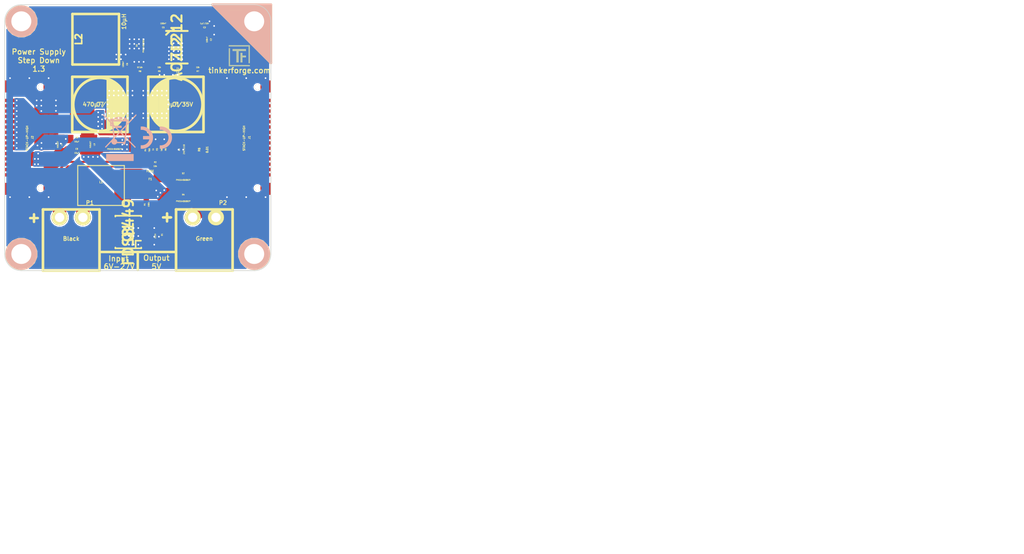
<source format=kicad_pcb>
(kicad_pcb (version 4) (host pcbnew "(2015-03-18 BZR 5525)-product")
  (title_block (title "Step Down Powersupply") (rev 1.1) (company "Tinkerforge GmbH") (comment 1 "Licensed under CERN OHL v.1.1") (comment 2 "Copyright (©) 2011, B.Nordmeyer <bastian@tinkerforge.com>"))
  (layers (0 Vorderseite signal) (31 Rückseite signal hide) (34 B.Paste user) (35 F.Paste user) (36 B.SilkS user) (37 F.SilkS user) (38 B.Mask user) (39 F.Mask user) (44 Edge.Cuts user))
  (net 0 "")
  (net 1 +5V)
  (net 2 AGND)
  (net 3 CURRENT)
  (net 4 GND)
  (net 5 VOLTAGE)
  (net 6 VPP)
  (net 7 "Net-(C3-Pad1)")
  (net 8 "Net-(C4-Pad1)")
  (net 9 "Net-(C5-Pad1)")
  (net 10 "Net-(C5-Pad2)")
  (net 11 "Net-(C6-Pad1)")
  (net 12 "Net-(C9-Pad1)")
  (net 13 "Net-(D1-Pad2)")
  (net 14 "Net-(D2-Pad2)")
  (net 15 "Net-(D2-Pad1)")
  (net 16 "Net-(D5-Pad2)")
  (net 17 "Net-(F1-Pad1)")
  (net 18 "Net-(L1-Pad1)")
  (net 19 "Net-(L1-Pad2)")
  (net 20 "Net-(R7-Pad2)")
  (net 21 "Net-(R8-Pad2)")
  (net 22 "Net-(L1-Pad3)")
  (net 23 "Net-(R4-Pad1)")
  (module "" (layer Vorderseite) (at 164.3 89.7)
    (fp_text reference Ref** hide)
    (fp_text value Val** hide)
  )
  (module Fiducial_Mark (layer Vorderseite) (at 169.12336 117.3988)
    (fp_text reference Fiducial_Mark hide)
    (fp_text value VAL** hide)
    (pad 1 smd circle (at 0 0) (size 1.00076 1.00076) (layers Vorderseite F.Mask) (clearance 0.65024))
  )
  (module Fiducial_Mark (layer Vorderseite) (at 137.125 85.1)
    (fp_text reference Fiducial_Mark hide)
    (fp_text value VAL** hide)
    (pad 1 smd circle (at 0 0) (size 1.00076 1.00076) (layers Vorderseite F.Mask) (clearance 0.65024))
  )
  (module WEEE_7mm (layer Rückseite) (at 147.9 103.6)
    (fp_text reference VAL hide)
    (fp_text value WEEE_7mm hide)
  )
  (module CE_5mm (layer Rückseite) (at 153.375 103.6 180)
    (fp_text reference VAL hide)
    (fp_text value CE_5mm hide)
  )
  (module kicad-libraries:ELKO_83 (layer Vorderseite) (at 156.35 98.6)
    (fp_text reference C1 (at 0 0) (layer F.SilkS) (effects (font (size 0.59944 0.59944) (thickness 0.12446))))
    (fp_text value 220µF/35V (at 0 0) (layer F.SilkS) (effects (font (size 0.59944 0.59944) (thickness 0.12446))))
    (pad 2 smd rect (at -3.50012 0) (size 4.0005 1.99898) (layers Vorderseite F.Paste F.Mask) (net 2 AGND))
    (pad 1 smd rect (at 3.50012 0) (size 4.0005 1.99898) (layers Vorderseite F.Paste F.Mask) (net 6 VPP))
  )
  (module kicad-libraries:0603 (layer Vorderseite) (at 161.4 88.9 90)
    (fp_text reference C2 (at 0.05 0.225 90) (layer F.SilkS) (effects (font (size 0.2 0.2) (thickness 0.05))))
    (fp_text value 100nF (at 0.05 -0.375 90) (layer F.SilkS) (effects (font (size 0.2 0.2) (thickness 0.05))))
    (pad 1 smd rect (at -0.8001 0 90) (size 0.8001 0.8001) (layers Vorderseite F.Paste F.Mask) (net 6 VPP))
    (pad 2 smd rect (at 0.8001 0 90) (size 0.8001 0.8001) (layers Vorderseite F.Paste F.Mask) (net 2 AGND))
  )
  (module kicad-libraries:0603 (layer Vorderseite) (at 160.6 86.8)
    (fp_text reference C3 (at 0.05 0.225) (layer F.SilkS) (effects (font (size 0.2 0.2) (thickness 0.05))))
    (fp_text value 1µF/10V (at 0.05 -0.375) (layer F.SilkS) (effects (font (size 0.2 0.2) (thickness 0.05))))
    (pad 1 smd rect (at -0.8001 0) (size 0.8001 0.8001) (layers Vorderseite F.Paste F.Mask) (net 7 "Net-(C3-Pad1)") (clearance 0.14986))
    (pad 2 smd rect (at 0.8001 0) (size 0.8001 0.8001) (layers Vorderseite F.Paste F.Mask) (net 2 AGND) (clearance 0.14986))
  )
  (module kicad-libraries:0603 (layer Vorderseite) (at 156.7 93.4 180)
    (fp_text reference C4 (at 0.05 0.225 180) (layer F.SilkS) (effects (font (size 0.2 0.2) (thickness 0.05))))
    (fp_text value 1nF (at 0.05 -0.375 180) (layer F.SilkS) (effects (font (size 0.2 0.2) (thickness 0.05))))
    (pad 1 smd rect (at -0.8001 0 180) (size 0.8001 0.8001) (layers Vorderseite F.Paste F.Mask) (net 8 "Net-(C4-Pad1)") (clearance 0.14986))
    (pad 2 smd rect (at 0.8001 0 180) (size 0.8001 0.8001) (layers Vorderseite F.Paste F.Mask) (net 2 AGND) (clearance 0.14986))
  )
  (module kicad-libraries:0603 (layer Vorderseite) (at 154.4 86.8)
    (fp_text reference C5 (at 0.05 0.225) (layer F.SilkS) (effects (font (size 0.2 0.2) (thickness 0.05))))
    (fp_text value 100nF (at 0.05 -0.375) (layer F.SilkS) (effects (font (size 0.2 0.2) (thickness 0.05))))
    (pad 1 smd rect (at -0.8001 0) (size 0.8001 0.8001) (layers Vorderseite F.Paste F.Mask) (net 9 "Net-(C5-Pad1)"))
    (pad 2 smd rect (at 0.8001 0) (size 0.8001 0.8001) (layers Vorderseite F.Paste F.Mask) (net 10 "Net-(C5-Pad2)"))
  )
  (module kicad-libraries:0603 (layer Vorderseite) (at 148.8 92.6 90)
    (fp_text reference C6 (at 0.05 0.225 90) (layer F.SilkS) (effects (font (size 0.2 0.2) (thickness 0.05))))
    (fp_text value 100nF (at 0.05 -0.375 90) (layer F.SilkS) (effects (font (size 0.2 0.2) (thickness 0.05))))
    (pad 1 smd rect (at -0.8001 0 90) (size 0.8001 0.8001) (layers Vorderseite F.Paste F.Mask) (net 11 "Net-(C6-Pad1)"))
    (pad 2 smd rect (at 0.8001 0 90) (size 0.8001 0.8001) (layers Vorderseite F.Paste F.Mask) (net 2 AGND))
  )
  (module kicad-libraries:ELKO_83 (layer Vorderseite) (at 144.925 98.6 180)
    (fp_text reference C7 (at 0 0 180) (layer F.SilkS) (effects (font (size 0.59944 0.59944) (thickness 0.12446))))
    (fp_text value 470µF/16V (at 0 0 180) (layer F.SilkS) (effects (font (size 0.59944 0.59944) (thickness 0.12446))))
    (pad 2 smd rect (at -3.50012 0 180) (size 4.0005 1.99898) (layers Vorderseite F.Paste F.Mask) (net 2 AGND))
    (pad 1 smd rect (at 3.50012 0 180) (size 4.0005 1.99898) (layers Vorderseite F.Paste F.Mask) (net 11 "Net-(C6-Pad1)"))
  )
  (module kicad-libraries:0805 (layer Vorderseite) (at 141.45 103.8 180)
    (fp_text reference C8 (at 0 0.2 180) (layer F.SilkS) (effects (font (size 0.2 0.2) (thickness 0.05))))
    (fp_text value 10µF (at 0 -0.4 180) (layer F.SilkS) (effects (font (size 0.2 0.2) (thickness 0.05))))
    (pad 1 smd rect (at -1.00076 0 180) (size 1.00076 1.24968) (layers Vorderseite F.Paste F.Mask) (net 11 "Net-(C6-Pad1)") (clearance 0.14986))
    (pad 2 smd rect (at 1.00076 0 180) (size 1.00076 1.24968) (layers Vorderseite F.Paste F.Mask) (net 2 AGND) (clearance 0.14986))
  )
  (module kicad-libraries:0805 (layer Vorderseite) (at 141.45 105.5 180)
    (fp_text reference C9 (at 0 0.2 180) (layer F.SilkS) (effects (font (size 0.2 0.2) (thickness 0.05))))
    (fp_text value 10µF (at 0 -0.4 180) (layer F.SilkS) (effects (font (size 0.2 0.2) (thickness 0.05))))
    (pad 1 smd rect (at -1.00076 0 180) (size 1.00076 1.24968) (layers Vorderseite F.Paste F.Mask) (net 12 "Net-(C9-Pad1)") (clearance 0.14986))
    (pad 2 smd rect (at 1.00076 0 180) (size 1.00076 1.24968) (layers Vorderseite F.Paste F.Mask) (net 4 GND) (clearance 0.14986))
  )
  (module kicad-libraries:SOD-123 (layer Vorderseite) (at 153.8 117.9 90)
    (fp_text reference D1 (at -0.3 0.46 90) (layer F.SilkS) (effects (font (size 0.2 0.2) (thickness 0.05))))
    (fp_text value Z12V (at -0.5 -0.54 90) (layer F.SilkS) (effects (font (size 0.2 0.2) (thickness 0.05))))
    (pad 1 smd rect (at -1.84912 0 90) (size 1.19888 0.70104) (layers Vorderseite F.Paste F.Mask) (net 2 AGND) (clearance 0.14986))
    (pad 2 smd rect (at 1.84912 0 90) (size 1.19888 0.70104) (layers Vorderseite F.Paste F.Mask) (net 13 "Net-(D1-Pad2)") (clearance 0.14986))
  )
  (module kicad-libraries:SOD-128 (layer Vorderseite) (at 158.2 109.3 180)
    (fp_text reference D2 (at 0.75 0.325 180) (layer F.SilkS) (effects (font (size 0.2 0.2) (thickness 0.05))))
    (fp_text value PMEG4050BEP (at 0.75 -0.675 180) (layer F.SilkS) (effects (font (size 0.2 0.2) (thickness 0.05))))
    (pad 2 smd rect (at -2.19964 0 180) (size 1.39954 2.19964) (layers Vorderseite F.Paste F.Mask) (net 14 "Net-(D2-Pad2)"))
    (pad 1 smd rect (at 2.19964 0 180) (size 1.39954 2.19964) (layers Vorderseite F.Paste F.Mask) (net 15 "Net-(D2-Pad1)"))
  )
  (module kicad-libraries:SOD-128 (layer Vorderseite) (at 150.8 89 270)
    (fp_text reference D3 (at 0.75 0.325 270) (layer F.SilkS) (effects (font (size 0.2 0.2) (thickness 0.05))))
    (fp_text value PMEG4050BEP (at 0.75 -0.675 270) (layer F.SilkS) (effects (font (size 0.2 0.2) (thickness 0.05))))
    (pad 2 smd rect (at -2.19964 0 270) (size 1.39954 2.19964) (layers Vorderseite F.Paste F.Mask) (net 9 "Net-(C5-Pad1)"))
    (pad 1 smd rect (at 2.19964 0 270) (size 1.39954 2.19964) (layers Vorderseite F.Paste F.Mask) (net 2 AGND))
  )
  (module kicad-libraries:SOD-128 (layer Vorderseite) (at 147.85 104.65 180)
    (fp_text reference D4 (at 0.75 0.325 180) (layer F.SilkS) (effects (font (size 0.2 0.2) (thickness 0.05))))
    (fp_text value PMEG4050BEP (at 0.75 -0.675 180) (layer F.SilkS) (effects (font (size 0.2 0.2) (thickness 0.05))))
    (pad 2 smd rect (at -2.19964 0 180) (size 1.39954 2.19964) (layers Vorderseite F.Paste F.Mask) (net 1 +5V))
    (pad 1 smd rect (at 2.19964 0 180) (size 1.39954 2.19964) (layers Vorderseite F.Paste F.Mask) (net 12 "Net-(C9-Pad1)"))
  )
  (module kicad-libraries:SOD-128 (layer Vorderseite) (at 158.2 112.5 180)
    (fp_text reference D5 (at 0.75 0.325 180) (layer F.SilkS) (effects (font (size 0.2 0.2) (thickness 0.05))))
    (fp_text value PMEG4050BEP (at 0.75 -0.675 180) (layer F.SilkS) (effects (font (size 0.2 0.2) (thickness 0.05))))
    (pad 2 smd rect (at -2.19964 0 180) (size 1.39954 2.19964) (layers Vorderseite F.Paste F.Mask) (net 16 "Net-(D5-Pad2)"))
    (pad 1 smd rect (at 2.19964 0 180) (size 1.39954 2.19964) (layers Vorderseite F.Paste F.Mask) (net 12 "Net-(C9-Pad1)"))
  )
  (module kicad-libraries:1206 (layer Vorderseite) (at 152.5 109.3)
    (fp_text reference F1 (at 0 0.5375) (layer F.SilkS) (effects (font (size 0.3 0.3) (thickness 0.075))))
    (fp_text value FUSE (at 0 -0.65) (layer F.SilkS) (effects (font (size 0.3 0.3) (thickness 0.075))))
    (pad 1 smd rect (at -1.50114 0) (size 1.00076 1.6002) (layers Vorderseite F.Paste F.Mask) (net 17 "Net-(F1-Pad1)"))
    (pad 2 smd rect (at 1.50114 0) (size 1.00076 1.6002) (layers Vorderseite F.Paste F.Mask) (net 15 "Net-(D2-Pad1)"))
  )
  (module kicad-libraries:BTB08-ACS-TOP (layer Vorderseite) (at 166.92118 103.60152 90)
    (fp_text reference J1 (at 0.025 0.475 90) (layer F.SilkS) (effects (font (size 0.3 0.3) (thickness 0.075))))
    (fp_text value STACK-UP-HIGH (at -0.075 -0.325 90) (layer F.SilkS) (effects (font (size 0.3 0.3) (thickness 0.075))))
    (pad 29 smd rect (at -5.59816 2.89814 270) (size 0.49784 1.4986) (layers Vorderseite F.Paste F.Mask))
    (pad 27 smd rect (at -4.79806 2.89814 270) (size 0.49784 1.4986) (layers Vorderseite F.Paste F.Mask))
    (pad 25 smd rect (at -3.99796 2.89814 270) (size 0.49784 1.4986) (layers Vorderseite F.Paste F.Mask))
    (pad 23 smd rect (at -3.19786 2.89814 270) (size 0.49784 1.4986) (layers Vorderseite F.Paste F.Mask))
    (pad 21 smd rect (at -2.39776 2.89814 270) (size 0.49784 1.4986) (layers Vorderseite F.Paste F.Mask))
    (pad 19 smd rect (at -1.59766 2.89814 270) (size 0.49784 1.4986) (layers Vorderseite F.Paste F.Mask))
    (pad 17 smd rect (at -0.79756 2.89814 270) (size 0.49784 1.4986) (layers Vorderseite F.Paste F.Mask))
    (pad 15 smd rect (at 0 2.89814 270) (size 0.49784 1.4986) (layers Vorderseite F.Paste F.Mask))
    (pad 13 smd rect (at 0.79756 2.89814 270) (size 0.49784 1.4986) (layers Vorderseite F.Paste F.Mask))
    (pad 11 smd rect (at 1.59766 2.89814 270) (size 0.49784 1.4986) (layers Vorderseite F.Paste F.Mask))
    (pad 9 smd rect (at 2.39776 2.89814 270) (size 0.49784 1.4986) (layers Vorderseite F.Paste F.Mask))
    (pad 7 smd rect (at 3.19786 2.89814 270) (size 0.49784 1.4986) (layers Vorderseite F.Paste F.Mask))
    (pad 5 smd rect (at 3.99796 2.89814 270) (size 0.49784 1.4986) (layers Vorderseite F.Paste F.Mask))
    (pad 3 smd rect (at 4.79806 2.89814 270) (size 0.49784 1.4986) (layers Vorderseite F.Paste F.Mask))
    (pad 1 smd rect (at 5.59816 2.89814 270) (size 0.49784 1.4986) (layers Vorderseite F.Paste F.Mask))
    (pad 2 smd rect (at 5.59816 -2.89814 90) (size 0.49784 1.4986) (layers Vorderseite F.Paste F.Mask))
    (pad 4 smd rect (at 4.79806 -2.89814 90) (size 0.49784 1.4986) (layers Vorderseite F.Paste F.Mask))
    (pad 6 smd rect (at 3.99796 -2.89814 90) (size 0.49784 1.4986) (layers Vorderseite F.Paste F.Mask))
    (pad 8 smd rect (at 3.19786 -2.89814 90) (size 0.49784 1.4986) (layers Vorderseite F.Paste F.Mask))
    (pad 10 smd rect (at 2.39776 -2.89814 90) (size 0.49784 1.4986) (layers Vorderseite F.Paste F.Mask))
    (pad 12 smd rect (at 1.59766 -2.89814 90) (size 0.49784 1.4986) (layers Vorderseite F.Paste F.Mask))
    (pad 14 smd rect (at 0.79756 -2.89814 90) (size 0.49784 1.4986) (layers Vorderseite F.Paste F.Mask))
    (pad 16 smd rect (at 0 -2.89814 90) (size 0.49784 1.4986) (layers Vorderseite F.Paste F.Mask))
    (pad 18 smd rect (at -0.79756 -2.89814 90) (size 0.49784 1.4986) (layers Vorderseite F.Paste F.Mask))
    (pad 20 smd rect (at -1.59766 -2.89814 90) (size 0.49784 1.4986) (layers Vorderseite F.Paste F.Mask))
    (pad 22 smd rect (at -2.39776 -2.89814 90) (size 0.49784 1.4986) (layers Vorderseite F.Paste F.Mask))
    (pad 24 smd rect (at -3.19786 -2.89814 90) (size 0.49784 1.4986) (layers Vorderseite F.Paste F.Mask))
    (pad 26 smd rect (at -3.99796 -2.89814 90) (size 0.49784 1.4986) (layers Vorderseite F.Paste F.Mask))
    (pad 28 smd rect (at -4.79806 -2.89814 90) (size 0.49784 1.4986) (layers Vorderseite F.Paste F.Mask))
    (pad 30 smd rect (at -5.59816 -2.89814 90) (size 0.49784 1.4986) (layers Vorderseite F.Paste F.Mask))
    (pad EP smd rect (at 7.69874 -2.90068 90) (size 1.80086 1.50114) (layers Vorderseite F.Paste F.Mask) (net 2 AGND))
    (pad EP smd rect (at 7.69874 2.90068 90) (size 1.80086 1.50114) (layers Vorderseite F.Paste F.Mask) (net 2 AGND))
    (pad EP smd rect (at -7.69874 2.90068 90) (size 1.80086 1.50114) (layers Vorderseite F.Paste F.Mask) (net 2 AGND))
    (pad EP smd rect (at -7.69874 -2.90068 90) (size 1.80086 1.50114) (layers Vorderseite F.Paste F.Mask) (net 2 AGND))
    (pad EP smd rect (at 7.69874 0 90) (size 1.80086 1.99898) (layers Vorderseite F.Paste F.Mask) (net 2 AGND))
    (pad EP smd rect (at -7.69874 0 90) (size 1.80086 1.99898) (layers Vorderseite F.Paste F.Mask) (net 2 AGND))
    (pad "" thru_hole circle (at 7.59968 1.69926 90) (size 0.8001 0.8001) (drill 0.8001) (layers *.Cu *.Mask F.SilkS))
    (pad "" thru_hole circle (at -7.59968 1.69926 90) (size 0.8001 0.8001) (drill 0.8001) (layers *.Cu *.Mask F.SilkS))
  )
  (module kicad-libraries:BTB08-ACS-TOP (layer Vorderseite) (at 134.32028 103.60152 90)
    (fp_text reference J2 (at 0.025 0.475 90) (layer F.SilkS) (effects (font (size 0.3 0.3) (thickness 0.075))))
    (fp_text value STACK-UP-HIGH (at -0.075 -0.325 90) (layer F.SilkS) (effects (font (size 0.3 0.3) (thickness 0.075))))
    (pad 29 smd rect (at -5.59816 2.89814 270) (size 0.49784 1.4986) (layers Vorderseite F.Paste F.Mask) (net 3 CURRENT))
    (pad 27 smd rect (at -4.79806 2.89814 270) (size 0.49784 1.4986) (layers Vorderseite F.Paste F.Mask) (net 4 GND))
    (pad 25 smd rect (at -3.99796 2.89814 270) (size 0.49784 1.4986) (layers Vorderseite F.Paste F.Mask) (net 4 GND))
    (pad 23 smd rect (at -3.19786 2.89814 270) (size 0.49784 1.4986) (layers Vorderseite F.Paste F.Mask) (net 4 GND))
    (pad 21 smd rect (at -2.39776 2.89814 270) (size 0.49784 1.4986) (layers Vorderseite F.Paste F.Mask) (net 4 GND))
    (pad 19 smd rect (at -1.59766 2.89814 270) (size 0.49784 1.4986) (layers Vorderseite F.Paste F.Mask) (net 2 AGND))
    (pad 17 smd rect (at -0.79756 2.89814 270) (size 0.49784 1.4986) (layers Vorderseite F.Paste F.Mask) (net 2 AGND))
    (pad 15 smd rect (at 0 2.89814 270) (size 0.49784 1.4986) (layers Vorderseite F.Paste F.Mask) (net 2 AGND))
    (pad 13 smd rect (at 0.79756 2.89814 270) (size 0.49784 1.4986) (layers Vorderseite F.Paste F.Mask) (net 2 AGND))
    (pad 11 smd rect (at 1.59766 2.89814 270) (size 0.49784 1.4986) (layers Vorderseite F.Paste F.Mask) (net 2 AGND))
    (pad 9 smd rect (at 2.39776 2.89814 270) (size 0.49784 1.4986) (layers Vorderseite F.Paste F.Mask) (net 2 AGND))
    (pad 7 smd rect (at 3.19786 2.89814 270) (size 0.49784 1.4986) (layers Vorderseite F.Paste F.Mask) (net 2 AGND))
    (pad 5 smd rect (at 3.99796 2.89814 270) (size 0.49784 1.4986) (layers Vorderseite F.Paste F.Mask) (net 2 AGND))
    (pad 3 smd rect (at 4.79806 2.89814 270) (size 0.49784 1.4986) (layers Vorderseite F.Paste F.Mask) (net 2 AGND))
    (pad 1 smd rect (at 5.59816 2.89814 270) (size 0.49784 1.4986) (layers Vorderseite F.Paste F.Mask) (net 2 AGND))
    (pad 2 smd rect (at 5.59816 -2.89814 90) (size 0.49784 1.4986) (layers Vorderseite F.Paste F.Mask) (net 6 VPP))
    (pad 4 smd rect (at 4.79806 -2.89814 90) (size 0.49784 1.4986) (layers Vorderseite F.Paste F.Mask) (net 6 VPP))
    (pad 6 smd rect (at 3.99796 -2.89814 90) (size 0.49784 1.4986) (layers Vorderseite F.Paste F.Mask) (net 6 VPP))
    (pad 8 smd rect (at 3.19786 -2.89814 90) (size 0.49784 1.4986) (layers Vorderseite F.Paste F.Mask) (net 6 VPP))
    (pad 10 smd rect (at 2.39776 -2.89814 90) (size 0.49784 1.4986) (layers Vorderseite F.Paste F.Mask) (net 6 VPP))
    (pad 12 smd rect (at 1.59766 -2.89814 90) (size 0.49784 1.4986) (layers Vorderseite F.Paste F.Mask) (net 6 VPP))
    (pad 14 smd rect (at 0.79756 -2.89814 90) (size 0.49784 1.4986) (layers Vorderseite F.Paste F.Mask) (net 6 VPP))
    (pad 16 smd rect (at 0 -2.89814 90) (size 0.49784 1.4986) (layers Vorderseite F.Paste F.Mask) (net 6 VPP))
    (pad 18 smd rect (at -0.79756 -2.89814 90) (size 0.49784 1.4986) (layers Vorderseite F.Paste F.Mask) (net 6 VPP))
    (pad 20 smd rect (at -1.59766 -2.89814 90) (size 0.49784 1.4986) (layers Vorderseite F.Paste F.Mask) (net 6 VPP))
    (pad 22 smd rect (at -2.39776 -2.89814 90) (size 0.49784 1.4986) (layers Vorderseite F.Paste F.Mask) (net 1 +5V))
    (pad 24 smd rect (at -3.19786 -2.89814 90) (size 0.49784 1.4986) (layers Vorderseite F.Paste F.Mask) (net 1 +5V))
    (pad 26 smd rect (at -3.99796 -2.89814 90) (size 0.49784 1.4986) (layers Vorderseite F.Paste F.Mask) (net 1 +5V))
    (pad 28 smd rect (at -4.79806 -2.89814 90) (size 0.49784 1.4986) (layers Vorderseite F.Paste F.Mask))
    (pad 30 smd rect (at -5.59816 -2.89814 90) (size 0.49784 1.4986) (layers Vorderseite F.Paste F.Mask) (net 5 VOLTAGE))
    (pad EP smd rect (at 7.69874 -2.90068 90) (size 1.80086 1.50114) (layers Vorderseite F.Paste F.Mask) (net 2 AGND))
    (pad EP smd rect (at 7.69874 2.90068 90) (size 1.80086 1.50114) (layers Vorderseite F.Paste F.Mask) (net 2 AGND))
    (pad EP smd rect (at -7.69874 2.90068 90) (size 1.80086 1.50114) (layers Vorderseite F.Paste F.Mask) (net 2 AGND))
    (pad EP smd rect (at -7.69874 -2.90068 90) (size 1.80086 1.50114) (layers Vorderseite F.Paste F.Mask) (net 2 AGND))
    (pad EP smd rect (at 7.69874 0 90) (size 1.80086 1.99898) (layers Vorderseite F.Paste F.Mask) (net 2 AGND))
    (pad EP smd rect (at -7.69874 0 90) (size 1.80086 1.99898) (layers Vorderseite F.Paste F.Mask) (net 2 AGND))
    (pad "" thru_hole circle (at 7.59968 1.69926 90) (size 0.8001 0.8001) (drill 0.8001) (layers *.Cu *.Mask F.SilkS))
    (pad "" thru_hole circle (at -7.59968 1.69926 90) (size 0.8001 0.8001) (drill 0.8001) (layers *.Cu *.Mask F.SilkS))
  )
  (module kicad-libraries:ICM2824 (layer Vorderseite) (at 145.1 110.8 180)
    (fp_text reference L1 (at 0 0.5 180) (layer F.SilkS) (effects (font (size 0.3 0.3) (thickness 0.075))))
    (fp_text value ICM2824ER301V)
    (pad 1 smd rect (at -3.25 -1.5 180) (size 2.5 1.6) (layers Vorderseite F.Paste F.Mask) (net 18 "Net-(L1-Pad1)"))
    (pad 2 smd rect (at 3.25 -1.5 180) (size 2.5 1.6) (layers Vorderseite F.Paste F.Mask) (net 19 "Net-(L1-Pad2)"))
    (pad 3 smd rect (at 3.25 1.5 180) (size 2.5 1.6) (layers Vorderseite F.Paste F.Mask) (net 22 "Net-(L1-Pad3)"))
    (pad 4 smd rect (at -3.25 1.5 180) (size 2.5 1.6) (layers Vorderseite F.Paste F.Mask) (net 17 "Net-(F1-Pad1)"))
  )
  (module kicad-libraries:SRP7030 (layer Vorderseite) (at 144.3 88.9 270)
    (fp_text reference L2 (at -0.09906 2.55016 270) (layer F.SilkS) (effects (font (size 1.00076 1.00076) (thickness 0.25146))))
    (fp_text value 10µH (at -2.75082 -4.24942 270) (layer F.SilkS) (effects (font (size 0.59944 0.59944) (thickness 0.12446))))
    (pad 1 smd rect (at -3.0988 0 270) (size 2.49936 3.70078) (layers Vorderseite F.Paste F.Mask) (net 9 "Net-(C5-Pad1)"))
    (pad 2 smd rect (at 3.0988 0 270) (size 2.49936 3.70078) (layers Vorderseite F.Paste F.Mask) (net 11 "Net-(C6-Pad1)"))
  )
  (module kicad-libraries:OQ_2P (layer Vorderseite) (at 140.62202 115.60302)
    (fp_text reference P1 (at 2.79908 -2.19964) (layer F.SilkS) (effects (font (size 0.59944 0.59944) (thickness 0.12446))))
    (fp_text value Black (at 0 3.2004) (layer F.SilkS) (effects (font (size 0.59944 0.59944) (thickness 0.12446))))
    (pad 1 thru_hole circle (at -1.75006 0) (size 2.4003 2.4003) (drill 1.39954) (layers *.Cu *.Mask F.SilkS) (net 22 "Net-(L1-Pad3)"))
    (pad 2 thru_hole circle (at 1.75006 0) (size 2.4003 2.4003) (drill 1.39954) (layers *.Cu *.Mask F.SilkS) (net 19 "Net-(L1-Pad2)"))
  )
  (module kicad-libraries:OQ_2P (layer Vorderseite) (at 160.62452 115.59794)
    (fp_text reference P2 (at 2.79908 -2.19964) (layer F.SilkS) (effects (font (size 0.59944 0.59944) (thickness 0.12446))))
    (fp_text value Green (at 0 3.2004) (layer F.SilkS) (effects (font (size 0.59944 0.59944) (thickness 0.12446))))
    (pad 1 thru_hole circle (at -1.75006 0) (size 2.4003 2.4003) (drill 1.39954) (layers *.Cu *.Mask F.SilkS) (net 16 "Net-(D5-Pad2)"))
    (pad 2 thru_hole circle (at 1.75006 0) (size 2.4003 2.4003) (drill 1.39954) (layers *.Cu *.Mask F.SilkS) (net 2 AGND))
  )
  (module kicad-libraries:SOIC-8-MOSFET (layer Vorderseite) (at 149.2 117.8 90)
    (fp_text reference Q1 (at 0 0 90) (layer F.SilkS) (effects (font (thickness 0.3048))))
    (fp_text value FDS8449 (at 0 0 90) (layer F.SilkS) (effects (font (thickness 0.3048))))
    (pad S smd rect (at -1.90246 2.69748 270) (size 0.59944 1.5494) (layers Vorderseite F.Paste F.Mask) (net 2 AGND))
    (pad S smd rect (at -0.63246 2.69748 270) (size 0.59944 1.5494) (layers Vorderseite F.Paste F.Mask) (net 2 AGND))
    (pad S smd rect (at 0.63246 2.69748 270) (size 0.59944 1.5494) (layers Vorderseite F.Paste F.Mask) (net 2 AGND))
    (pad G smd rect (at 1.90246 2.69748 270) (size 0.59944 1.5494) (layers Vorderseite F.Paste F.Mask) (net 13 "Net-(D1-Pad2)"))
    (pad D smd rect (at 1.90246 -2.69748 90) (size 0.59944 1.5494) (layers Vorderseite F.Paste F.Mask) (net 18 "Net-(L1-Pad1)"))
    (pad D smd rect (at 0.63246 -2.69748 90) (size 0.59944 1.5494) (layers Vorderseite F.Paste F.Mask) (net 18 "Net-(L1-Pad1)"))
    (pad D smd rect (at -0.63246 -2.69748 90) (size 0.59944 1.5494) (layers Vorderseite F.Paste F.Mask) (net 18 "Net-(L1-Pad1)"))
    (pad D smd rect (at -1.90246 -2.69748 90) (size 0.59944 1.5494) (layers Vorderseite F.Paste F.Mask) (net 18 "Net-(L1-Pad1)"))
  )
  (module kicad-libraries:0603 (layer Vorderseite) (at 151.9 113.6 270)
    (fp_text reference R1 (at 0.05 0.225 270) (layer F.SilkS) (effects (font (size 0.2 0.2) (thickness 0.05))))
    (fp_text value 100k (at 0.05 -0.375 270) (layer F.SilkS) (effects (font (size 0.2 0.2) (thickness 0.05))))
    (pad 1 smd rect (at -0.8001 0 270) (size 0.8001 0.8001) (layers Vorderseite F.Paste F.Mask) (net 17 "Net-(F1-Pad1)") (clearance 0.14986))
    (pad 2 smd rect (at 0.8001 0 270) (size 0.8001 0.8001) (layers Vorderseite F.Paste F.Mask) (net 13 "Net-(D1-Pad2)") (clearance 0.14986))
  )
  (module kicad-libraries:0603 (layer Vorderseite) (at 153.3 107.525 180)
    (fp_text reference R2 (at 0.05 0.225 180) (layer F.SilkS) (effects (font (size 0.2 0.2) (thickness 0.05))))
    (fp_text value 10k (at 0.05 -0.375 180) (layer F.SilkS) (effects (font (size 0.2 0.2) (thickness 0.05))))
    (pad 1 smd rect (at -0.8001 0 180) (size 0.8001 0.8001) (layers Vorderseite F.Paste F.Mask) (net 15 "Net-(D2-Pad1)") (clearance 0.14986))
    (pad 2 smd rect (at 0.8001 0 180) (size 0.8001 0.8001) (layers Vorderseite F.Paste F.Mask) (net 5 VOLTAGE) (clearance 0.14986))
  )
  (module kicad-libraries:0603 (layer Vorderseite) (at 153.3 105.425 90)
    (fp_text reference R3 (at 0.05 0.225 90) (layer F.SilkS) (effects (font (size 0.2 0.2) (thickness 0.05))))
    (fp_text value 1k (at 0.05 -0.375 90) (layer F.SilkS) (effects (font (size 0.2 0.2) (thickness 0.05))))
    (pad 1 smd rect (at -0.8001 0 90) (size 0.8001 0.8001) (layers Vorderseite F.Paste F.Mask) (net 5 VOLTAGE) (clearance 0.14986))
    (pad 2 smd rect (at 0.8001 0 90) (size 0.8001 0.8001) (layers Vorderseite F.Paste F.Mask) (net 2 AGND) (clearance 0.14986))
  )
  (module kicad-libraries:0603 (layer Vorderseite) (at 154.6 105.425 90)
    (fp_text reference R5 (at 0.05 0.225 90) (layer F.SilkS) (effects (font (size 0.2 0.2) (thickness 0.05))))
    (fp_text value TBD (at 0.05 -0.375 90) (layer F.SilkS) (effects (font (size 0.2 0.2) (thickness 0.05))))
    (pad 1 smd rect (at -0.8001 0 90) (size 0.8001 0.8001) (layers Vorderseite F.Paste F.Mask) (net 23 "Net-(R4-Pad1)") (clearance 0.14986))
    (pad 2 smd rect (at 0.8001 0 90) (size 0.8001 0.8001) (layers Vorderseite F.Paste F.Mask) (net 2 AGND) (clearance 0.14986))
  )
  (module kicad-libraries:0603 (layer Vorderseite) (at 159.6 93.4)
    (fp_text reference R7 (at 0.05 0.225) (layer F.SilkS) (effects (font (size 0.2 0.2) (thickness 0.05))))
    (fp_text value 10k (at 0.05 -0.375) (layer F.SilkS) (effects (font (size 0.2 0.2) (thickness 0.05))))
    (pad 1 smd rect (at -0.8001 0) (size 0.8001 0.8001) (layers Vorderseite F.Paste F.Mask) (net 8 "Net-(C4-Pad1)") (clearance 0.14986))
    (pad 2 smd rect (at 0.8001 0) (size 0.8001 0.8001) (layers Vorderseite F.Paste F.Mask) (net 20 "Net-(R7-Pad2)") (clearance 0.14986))
  )
  (module kicad-libraries:0603 (layer Vorderseite) (at 150.9 93.4)
    (fp_text reference R8 (at 0.05 0.225) (layer F.SilkS) (effects (font (size 0.2 0.2) (thickness 0.05))))
    (fp_text value 57.6k (at 0.05 -0.375) (layer F.SilkS) (effects (font (size 0.2 0.2) (thickness 0.05))))
    (pad 1 smd rect (at -0.8001 0) (size 0.8001 0.8001) (layers Vorderseite F.Paste F.Mask) (net 11 "Net-(C6-Pad1)") (clearance 0.14986))
    (pad 2 smd rect (at 0.8001 0) (size 0.8001 0.8001) (layers Vorderseite F.Paste F.Mask) (net 21 "Net-(R8-Pad2)") (clearance 0.14986))
  )
  (module kicad-libraries:0603 (layer Vorderseite) (at 153.8 93.4)
    (fp_text reference R9 (at 0.05 0.225) (layer F.SilkS) (effects (font (size 0.2 0.2) (thickness 0.05))))
    (fp_text value 10k (at 0.05 -0.375) (layer F.SilkS) (effects (font (size 0.2 0.2) (thickness 0.05))))
    (pad 1 smd rect (at -0.8001 0) (size 0.8001 0.8001) (layers Vorderseite F.Paste F.Mask) (net 21 "Net-(R8-Pad2)"))
    (pad 2 smd rect (at 0.8001 0) (size 0.8001 0.8001) (layers Vorderseite F.Paste F.Mask) (net 2 AGND))
  )
  (module kicad-libraries:SOT23-5 (layer Vorderseite) (at 157.2 105.4 270)
    (fp_text reference U1 (at 0 0.35052 270) (layer F.SilkS) (effects (font (size 0.2 0.2) (thickness 0.05))))
    (fp_text value ZXCT1110 (at -0.03 -0.38 270) (layer F.SilkS) (effects (font (size 0.2 0.2) (thickness 0.05))))
    (pad 1 smd rect (at -0.94996 1.19888 270) (size 0.50038 0.8001) (layers Vorderseite F.Paste F.Mask))
    (pad 2 smd rect (at 0 1.19888 270) (size 0.50038 0.8001) (layers Vorderseite F.Paste F.Mask) (net 2 AGND))
    (pad 3 smd rect (at 0.94996 1.19888 270) (size 0.50038 0.8001) (layers Vorderseite F.Paste F.Mask) (net 23 "Net-(R4-Pad1)"))
    (pad 5 smd rect (at -0.94996 -1.19888 270) (size 0.50038 0.8001) (layers Vorderseite F.Paste F.Mask) (net 6 VPP))
    (pad 4 smd rect (at 0.94996 -1.19888 270) (size 0.50038 0.8001) (layers Vorderseite F.Paste F.Mask) (net 14 "Net-(D2-Pad2)"))
  )
  (module kicad-libraries:SO-8 (layer Vorderseite) (at 156.5 90 270)
    (fp_text reference U2 (at 0 0 270) (layer F.SilkS) (effects (font (thickness 0.3048))))
    (fp_text value AOZ1212 (at 0 0 270) (layer F.SilkS) (effects (font (thickness 0.3048))))
    (pad 1 smd rect (at -1.90246 2.86766 90) (size 0.79756 2.19964) (layers Vorderseite F.Paste F.Mask) (net 9 "Net-(C5-Pad1)"))
    (pad 2 smd rect (at -0.63246 2.86766 90) (size 0.79756 2.19964) (layers Vorderseite F.Paste F.Mask) (net 10 "Net-(C5-Pad2)"))
    (pad 3 smd rect (at 0.63246 2.86766 90) (size 0.79756 2.19964) (layers Vorderseite F.Paste F.Mask) (net 2 AGND))
    (pad 4 smd rect (at 1.90246 2.86766 90) (size 0.79756 2.19964) (layers Vorderseite F.Paste F.Mask) (net 21 "Net-(R8-Pad2)"))
    (pad 5 smd rect (at 1.90246 -2.86766 270) (size 0.79756 2.19964) (layers Vorderseite F.Paste F.Mask) (net 20 "Net-(R7-Pad2)"))
    (pad 6 smd rect (at 0.63246 -2.86766 270) (size 0.79756 2.19964) (layers Vorderseite F.Paste F.Mask) (net 6 VPP))
    (pad 7 smd rect (at -0.63246 -2.86766 270) (size 0.79756 2.19964) (layers Vorderseite F.Paste F.Mask) (net 6 VPP))
    (pad 8 smd rect (at -1.90246 -2.86766 270) (size 0.79756 2.19964) (layers Vorderseite F.Paste F.Mask) (net 7 "Net-(C3-Pad1)"))
  )
  (module kicad-libraries:DRILL_NP (layer Vorderseite) (at 133.1214 86.10092 90)
    (fp_text reference U3 hide)
    (fp_text value DRILL hide)
    (pad "" np_thru_hole circle (at 0 0 90) (size 2.99974 2.99974) (drill 2.99974) (layers *.Cu *.Mask F.SilkS) (clearance 0.89916))
  )
  (module kicad-libraries:DRILL_NP (layer Vorderseite) (at 168.12006 86.10092)
    (fp_text reference U4 hide)
    (fp_text value DRILL hide)
    (pad "" np_thru_hole circle (at 0 0) (size 2.99974 2.99974) (drill 2.99974) (layers *.Cu *.Mask F.SilkS) (clearance 0.89916))
  )
  (module kicad-libraries:DRILL_NP (layer Vorderseite) (at 168.12006 121.10212 90)
    (fp_text reference U5 hide)
    (fp_text value DRILL hide)
    (pad "" np_thru_hole circle (at 0 0 90) (size 2.99974 2.99974) (drill 2.99974) (layers *.Cu *.Mask F.SilkS) (clearance 0.89916))
  )
  (module kicad-libraries:DRILL_NP (layer Vorderseite) (at 133.1214 121.10212)
    (fp_text reference U6 hide)
    (fp_text value DRILL hide)
    (pad "" np_thru_hole circle (at 0 0) (size 2.99974 2.99974) (drill 2.99974) (layers *.Cu *.Mask F.SilkS) (clearance 0.89916))
  )
  (module kicad-libraries:0603 (layer Vorderseite) (at 152 105.425 270)
    (fp_text reference R4 (at 0.05 0.225 270) (layer F.SilkS) (effects (font (size 0.2 0.2) (thickness 0.05))))
    (fp_text value TBD (at 0.05 -0.375 270) (layer F.SilkS) (effects (font (size 0.2 0.2) (thickness 0.05))))
    (pad 1 smd rect (at -0.8001 0 270) (size 0.8001 0.8001) (layers Vorderseite F.Paste F.Mask) (net 23 "Net-(R4-Pad1)"))
    (pad 2 smd rect (at 0.8001 0 270) (size 0.8001 0.8001) (layers Vorderseite F.Paste F.Mask) (net 3 CURRENT))
  )
  (module kicad-libraries:1206 (layer Vorderseite) (at 160.4 105.4 270)
    (fp_text reference R6 (at 0 0.5375 270) (layer F.SilkS) (effects (font (size 0.3 0.3) (thickness 0.075))))
    (fp_text value 0.01 (at 0 -0.65 270) (layer F.SilkS) (effects (font (size 0.3 0.3) (thickness 0.075))))
    (pad 1 smd rect (at -1.50114 0 270) (size 1.00076 1.6002) (layers Vorderseite F.Paste F.Mask) (net 6 VPP) (clearance 0.14986))
    (pad 2 smd rect (at 1.50114 0 270) (size 1.00076 1.6002) (layers Vorderseite F.Paste F.Mask) (net 14 "Net-(D2-Pad2)") (clearance 0.14986))
  )
  (module kicad-libraries:0805 (layer Vorderseite) (at 139 104.65 90)
    (fp_text reference L4 (at 0 0.2 90) (layer F.SilkS) (effects (font (size 0.2 0.2) (thickness 0.05))))
    (fp_text value INDUCT (at 0 -0.4 90) (layer F.SilkS) (effects (font (size 0.2 0.2) (thickness 0.05))))
    (pad 1 smd rect (at -1.00076 0 90) (size 1.00076 1.24968) (layers Vorderseite F.Paste F.Mask) (net 4 GND) (clearance 0.14986))
    (pad 2 smd rect (at 1.00076 0 90) (size 1.00076 1.24968) (layers Vorderseite F.Paste F.Mask) (net 2 AGND) (clearance 0.14986))
  )
  (module kicad-libraries:0805 (layer Vorderseite) (at 143.9 104.65 90)
    (fp_text reference L3 (at 0 0.2 90) (layer F.SilkS) (effects (font (size 0.2 0.2) (thickness 0.05))))
    (fp_text value INDUCT (at 0 -0.4 90) (layer F.SilkS) (effects (font (size 0.2 0.2) (thickness 0.05))))
    (pad 1 smd rect (at -1.00076 0 90) (size 1.00076 1.24968) (layers Vorderseite F.Paste F.Mask) (net 12 "Net-(C9-Pad1)") (clearance 0.14986))
    (pad 2 smd rect (at 1.00076 0 90) (size 1.00076 1.24968) (layers Vorderseite F.Paste F.Mask) (net 11 "Net-(C6-Pad1)") (clearance 0.14986))
  )
  (gr_line (start 155.02382 115.59794) (end 155.62326 115.59794) (angle 90) (layer F.SilkS) (width 0.381))
  (gr_line (start 155.02382 114.9985) (end 155.02382 116.19992) (angle 90) (layer F.SilkS) (width 0.381))
  (gr_line (start 155.5242 115.59794) (end 154.42438 115.59794) (angle 90) (layer F.SilkS) (width 0.381))
  (gr_line (start 150.62454 120.79986) (end 150.62454 123.49988) (angle 90) (layer F.SilkS) (width 0.381))
  (gr_line (start 151.6253 120.79986) (end 144.92478 120.79986) (angle 90) (layer F.SilkS) (width 0.381))
  (gr_line (start 151.6253 120.79986) (end 156.3243 120.79986) (angle 90) (layer F.SilkS) (width 0.381))
  (gr_text 5V (at 153.42362 122.9995) (layer F.SilkS) (effects (font (size 0.8001 0.8001) (thickness 0.14986))))
  (gr_text Output (at 153.42362 121.69902) (layer F.SilkS) (effects (font (size 0.8001 0.8001) (thickness 0.14986))))
  (gr_text " Input" (at 147.42414 121.79808) (layer F.SilkS) (effects (font (size 0.8001 0.8001) (thickness 0.14986))))
  (gr_line (start 168.82364 89.40292) (end 168.82364 89.30132) (angle 90) (layer B.SilkS) (width 0.381))
  (gr_line (start 168.9735 89.55278) (end 168.82364 89.40292) (angle 90) (layer B.SilkS) (width 0.381))
  (gr_line (start 168.87444 89.34958) (end 168.87444 89.40292) (angle 90) (layer F.SilkS) (width 0.381))
  (gr_line (start 169.07256 89.15146) (end 168.87444 89.34958) (angle 90) (layer F.SilkS) (width 0.381))
  (gr_line (start 169.42308 90.35288) (end 169.62374 90.55354) (angle 90) (layer F.SilkS) (width 0.381))
  (gr_line (start 166.02456 85.65388) (end 166.02456 85.75294) (angle 90) (layer F.SilkS) (width 0.381))
  (gr_line (start 165.92296 85.55228) (end 166.02456 85.65388) (angle 90) (layer F.SilkS) (width 0.381))
  (gr_line (start 164.67074 85.35162) (end 165.52418 85.35162) (angle 90) (layer F.SilkS) (width 0.381))
  (gr_line (start 164.1729 84.85378) (end 164.67074 85.35162) (angle 90) (layer F.SilkS) (width 0.381))
  (gr_line (start 163.87318 84.85378) (end 164.1729 84.85378) (angle 90) (layer F.SilkS) (width 0.381))
  (gr_line (start 163.3728 84.3534) (end 163.87318 84.85378) (angle 90) (layer F.SilkS) (width 0.381))
  (gr_line (start 165.52418 85.45322) (end 165.52418 85.40242) (angle 90) (layer B.SilkS) (width 0.381))
  (gr_line (start 164.973 85.45322) (end 165.52418 85.45322) (angle 90) (layer B.SilkS) (width 0.381))
  (gr_line (start 164.62248 85.1027) (end 164.973 85.45322) (angle 90) (layer B.SilkS) (width 0.381))
  (gr_line (start 164.1729 84.65312) (end 164.62248 85.1027) (angle 90) (layer B.SilkS) (width 0.381))
  (gr_line (start 163.67506 84.65312) (end 164.1729 84.65312) (angle 90) (layer B.SilkS) (width 0.381))
  (gr_line (start 163.27374 84.2518) (end 163.67506 84.65312) (angle 90) (layer B.SilkS) (width 0.381))
  (gr_line (start 167.77462 86.7537) (end 167.82288 86.7537) (angle 90) (layer B.SilkS) (width 0.381))
  (gr_line (start 167.77462 87.15248) (end 167.77462 86.7537) (angle 90) (layer B.SilkS) (width 0.381))
  (gr_line (start 167.22344 86.6013) (end 167.77462 87.15248) (angle 90) (layer B.SilkS) (width 0.381))
  (gr_line (start 168.02354 86.6013) (end 167.22344 86.6013) (angle 90) (layer B.SilkS) (width 0.381))
  (gr_line (start 168.02354 87.65286) (end 168.02354 86.6013) (angle 90) (layer B.SilkS) (width 0.381))
  (gr_line (start 166.624 86.25332) (end 168.02354 87.65286) (angle 90) (layer B.SilkS) (width 0.381))
  (gr_line (start 168.275 86.25332) (end 166.624 86.25332) (angle 90) (layer B.SilkS) (width 0.381))
  (gr_line (start 168.275 88.15324) (end 168.275 86.25332) (angle 90) (layer B.SilkS) (width 0.381))
  (gr_line (start 166.02456 85.9028) (end 168.275 88.15324) (angle 90) (layer B.SilkS) (width 0.381))
  (gr_line (start 168.57472 85.9028) (end 166.02456 85.9028) (angle 90) (layer B.SilkS) (width 0.381))
  (gr_line (start 168.57472 88.65362) (end 168.57472 85.9028) (angle 90) (layer B.SilkS) (width 0.381))
  (gr_line (start 165.47338 85.55228) (end 168.57472 88.65362) (angle 90) (layer B.SilkS) (width 0.381))
  (gr_line (start 168.82364 85.55228) (end 165.47338 85.55228) (angle 90) (layer B.SilkS) (width 0.381))
  (gr_line (start 168.82364 89.20226) (end 168.82364 85.55228) (angle 90) (layer B.SilkS) (width 0.381))
  (gr_line (start 164.82314 85.20176) (end 168.82364 89.20226) (angle 90) (layer B.SilkS) (width 0.381))
  (gr_line (start 169.12336 85.20176) (end 164.82314 85.20176) (angle 90) (layer B.SilkS) (width 0.381))
  (gr_line (start 169.12336 89.8525) (end 169.12336 85.20176) (angle 90) (layer B.SilkS) (width 0.381))
  (gr_line (start 164.1729 84.90204) (end 169.12336 89.8525) (angle 90) (layer B.SilkS) (width 0.381))
  (gr_line (start 169.42308 84.90204) (end 164.1729 84.90204) (angle 90) (layer B.SilkS) (width 0.381))
  (gr_line (start 169.42308 90.40114) (end 169.42308 84.90204) (angle 90) (layer B.SilkS) (width 0.381))
  (gr_line (start 163.62426 84.60232) (end 169.42308 90.40114) (angle 90) (layer B.SilkS) (width 0.381))
  (gr_line (start 169.7228 84.60232) (end 163.62426 84.60232) (angle 90) (layer B.SilkS) (width 0.381))
  (gr_line (start 169.7228 90.95232) (end 169.7228 84.60232) (angle 90) (layer B.SilkS) (width 0.381))
  (gr_line (start 163.02228 84.2518) (end 169.7228 90.95232) (angle 90) (layer B.SilkS) (width 0.381))
  (gr_line (start 170.02252 84.2518) (end 163.02228 84.2518) (angle 90) (layer B.SilkS) (width 0.381))
  (gr_line (start 170.02252 91.55176) (end 170.02252 84.2518) (angle 90) (layer B.SilkS) (width 0.381))
  (gr_line (start 162.42284 83.95208) (end 170.02252 91.55176) (angle 90) (layer B.SilkS) (width 0.381))
  (gr_line (start 170.37304 83.95208) (end 162.42284 83.95208) (angle 90) (layer B.SilkS) (width 0.381))
  (gr_line (start 170.37304 91.70162) (end 170.37304 83.95208) (angle 90) (layer B.SilkS) (width 0.381))
  (gr_line (start 161.8742 83.60156) (end 170.6245 92.35186) (angle 90) (layer B.SilkS) (width 0.381))
  (gr_line (start 170.6245 83.60156) (end 161.8742 83.60156) (angle 90) (layer B.SilkS) (width 0.381))
  (gr_line (start 170.6245 92.35186) (end 170.6245 83.60156) (angle 90) (layer B.SilkS) (width 0.381))
  (gr_line (start 167.72382 86.85276) (end 167.82288 86.85276) (angle 90) (layer F.SilkS) (width 0.381))
  (gr_line (start 167.3225 86.45144) (end 167.72382 86.85276) (angle 90) (layer F.SilkS) (width 0.381))
  (gr_line (start 168.02354 86.45144) (end 167.3225 86.45144) (angle 90) (layer F.SilkS) (width 0.381))
  (gr_line (start 168.02354 87.4522) (end 168.02354 86.45144) (angle 90) (layer F.SilkS) (width 0.381))
  (gr_line (start 166.72306 86.15172) (end 168.02354 87.4522) (angle 90) (layer F.SilkS) (width 0.381))
  (gr_line (start 168.275 86.15172) (end 166.72306 86.15172) (angle 90) (layer F.SilkS) (width 0.381))
  (gr_line (start 168.275 88.00338) (end 168.275 86.15172) (angle 90) (layer F.SilkS) (width 0.381))
  (gr_line (start 166.12362 85.852) (end 168.275 88.00338) (angle 90) (layer F.SilkS) (width 0.381))
  (gr_line (start 168.57472 85.852) (end 166.12362 85.852) (angle 90) (layer F.SilkS) (width 0.381))
  (gr_line (start 168.57472 88.55202) (end 168.57472 85.852) (angle 90) (layer F.SilkS) (width 0.381))
  (gr_line (start 165.52418 85.50148) (end 168.57472 88.55202) (angle 90) (layer F.SilkS) (width 0.381))
  (gr_line (start 168.8719 85.50148) (end 165.52418 85.50148) (angle 90) (layer F.SilkS) (width 0.381))
  (gr_line (start 168.8719 89.1032) (end 168.8719 85.50148) (angle 90) (layer F.SilkS) (width 0.381))
  (gr_line (start 164.9222 85.1535) (end 168.8719 89.1032) (angle 90) (layer F.SilkS) (width 0.381))
  (gr_line (start 169.17416 85.1535) (end 164.9222 85.1535) (angle 90) (layer F.SilkS) (width 0.381))
  (gr_line (start 169.17416 89.75344) (end 169.17416 85.1535) (angle 90) (layer F.SilkS) (width 0.381))
  (gr_line (start 164.32276 84.90204) (end 169.17416 89.75344) (angle 90) (layer F.SilkS) (width 0.381))
  (gr_line (start 169.37482 84.90204) (end 164.32276 84.90204) (angle 90) (layer F.SilkS) (width 0.381))
  (gr_line (start 169.37482 90.35288) (end 169.37482 84.90204) (angle 90) (layer F.SilkS) (width 0.381))
  (gr_line (start 163.62426 84.60232) (end 169.37482 90.35288) (angle 90) (layer F.SilkS) (width 0.381))
  (gr_line (start 169.7228 84.60232) (end 163.62426 84.60232) (angle 90) (layer F.SilkS) (width 0.381))
  (gr_line (start 169.7228 90.95232) (end 169.7228 84.60232) (angle 90) (layer F.SilkS) (width 0.381))
  (gr_line (start 163.02228 84.2518) (end 169.7228 90.95232) (angle 90) (layer F.SilkS) (width 0.381))
  (gr_line (start 170.02252 84.2518) (end 163.02228 84.2518) (angle 90) (layer F.SilkS) (width 0.381))
  (gr_line (start 170.02252 91.55176) (end 170.02252 84.2518) (angle 90) (layer F.SilkS) (width 0.381))
  (gr_line (start 162.42284 83.95208) (end 170.02252 91.55176) (angle 90) (layer F.SilkS) (width 0.381))
  (gr_line (start 170.37304 83.95208) (end 162.42284 83.95208) (angle 90) (layer F.SilkS) (width 0.381))
  (gr_line (start 170.37304 91.75242) (end 170.37304 83.95208) (angle 90) (layer F.SilkS) (width 0.381))
  (gr_line (start 170.6245 83.60156) (end 170.6245 92.35186) (angle 90) (layer F.SilkS) (width 0.381))
  (gr_line (start 161.8742 83.60156) (end 170.6245 83.60156) (angle 90) (layer F.SilkS) (width 0.381))
  (gr_line (start 170.6245 92.35186) (end 161.8742 83.60156) (angle 90) (layer F.SilkS) (width 0.381))
  (gr_text + (at 135.025 115.6) (layer F.SilkS) (effects (font (size 1.50114 1.50114) (thickness 0.37592))))
  (gr_line (start 170.62196 86.10092) (end 170.62196 121.10212) (angle 90) (layer Edge.Cuts) (width 0.09906))
  (gr_line (start 133.1214 83.60156) (end 168.12006 83.60156) (angle 90) (layer Edge.Cuts) (width 0.09906))
  (gr_line (start 130.62204 121.10212) (end 130.62204 86.10092) (angle 90) (layer Edge.Cuts) (width 0.09906))
  (gr_line (start 168.12006 123.60148) (end 133.1214 123.60148) (angle 90) (layer Edge.Cuts) (width 0.09906))
  (gr_arc (start 133.1214 86.10092) (end 130.62204 86.10092) (angle 90) (layer Edge.Cuts) (width 0.09906))
  (gr_arc (start 168.12006 86.10092) (end 168.12006 83.60156) (angle 90) (layer Edge.Cuts) (width 0.09906))
  (gr_arc (start 168.12006 121.10212) (end 170.62196 121.10212) (angle 90) (layer Edge.Cuts) (width 0.09906))
  (gr_arc (start 133.1214 121.10212) (end 133.1214 123.60148) (angle 90) (layer Edge.Cuts) (width 0.09906))
  (gr_text tinkerforge.com (at 165.9 93.5) (layer F.SilkS) (effects (font (size 0.8001 0.8001) (thickness 0.14986))))
  (gr_text 6V-27V (at 147.82546 122.9995) (layer F.SilkS) (effects (font (size 0.8001 0.8001) (thickness 0.14986))))
  (gr_text "Power Supply\nStep Down\n1.3" (at 135.75 91.975) (layer F.SilkS) (effects (font (size 0.8001 0.8001) (thickness 0.14986))))
  (segment (start 135.65 107.6) (end 135.15 107.6) (width 0.70104) (layer Rückseite) (net 1))
  (via (at 135.15 107.6) (size 0.70104) (layers Vorderseite Rückseite) (net 1))
  (segment (start 135.65 106.8) (end 135.15 106.8) (width 0.70104) (layer Rückseite) (net 1))
  (via (at 135.15 106.8) (size 0.70104) (layers Vorderseite Rückseite) (net 1))
  (segment (start 150.04964 104.65) (end 149.7 104.65) (width 0.70104) (layer Vorderseite) (net 1))
  (segment (start 149 103.95) (end 149.7 104.65) (width 0.70104) (layer Vorderseite) (net 1))
  (segment (start 150.04964 104.67536) (end 149.375 105.35) (width 0.70104) (layer Vorderseite) (net 1))
  (segment (start 150.04964 104.65) (end 150.04964 104.67536) (width 0.70104) (layer Vorderseite) (net 1))
  (segment (start 149 105.35) (end 149.375 105.35) (width 0.70104) (layer Vorderseite) (net 1))
  (segment (start 149.34964 103.95) (end 150.04964 104.65) (width 0.70104) (layer Vorderseite) (net 1))
  (segment (start 149 103.95) (end 149.34964 103.95) (width 0.70104) (layer Vorderseite) (net 1))
  (segment (start 131.42214 107.59948) (end 135.64948 107.59948) (width 0.50038) (layer Vorderseite) (net 1))
  (via (at 135.65 107.6) (size 0.70104) (layers Vorderseite Rückseite) (net 1))
  (segment (start 135.64948 107.59948) (end 135.65 107.6) (width 0.50038) (layer Vorderseite) (net 1))
  (via (at 149 105.35) (size 0.70104) (layers Vorderseite Rückseite) (net 1))
  (via (at 149 103.95) (size 0.70104) (layers Vorderseite Rückseite) (net 1))
  (segment (start 149 105.35) (end 149 103.95) (width 0.50038) (layer Rückseite) (net 1))
  (segment (start 148.3 103.95) (end 149 103.95) (width 0.70104) (layer Vorderseite) (net 1))
  (via (at 148.3 103.95) (size 0.70104) (layers Vorderseite Rückseite) (net 1))
  (segment (start 149 103.95) (end 148.3 103.95) (width 0.50038) (layer Rückseite) (net 1))
  (segment (start 135.64928 105.99928) (end 131.42214 105.99928) (width 0.50038) (layer Vorderseite) (net 1))
  (via (at 135.65 106) (size 0.70104) (layers Vorderseite Rückseite) (net 1))
  (segment (start 135.64928 105.99928) (end 135.65 106) (width 0.50038) (layer Vorderseite) (net 1))
  (segment (start 135.65 106.425) (end 135.65 106) (width 0.50038) (layer Rückseite) (net 1))
  (segment (start 135.65 107.6) (end 135.65 106.425) (width 0.50038) (layer Rückseite) (net 1))
  (segment (start 135.85 106.05) (end 139.35 106.05) (width 0.50038) (layer Rückseite) (net 1))
  (segment (start 135.8 106) (end 135.85 106.05) (width 0.50038) (layer Rückseite) (net 1))
  (segment (start 135.65 106) (end 135.8 106) (width 0.50038) (layer Rückseite) (net 1))
  (segment (start 148.3 104.65) (end 149 104.65) (width 0.70104) (layer Vorderseite) (net 1))
  (via (at 148.3 104.65) (size 0.70104) (layers Vorderseite Rückseite) (net 1))
  (segment (start 149 104.65) (end 150.04964 104.65) (width 0.70104) (layer Vorderseite) (net 1))
  (via (at 149 104.65) (size 0.70104) (layers Vorderseite Rückseite) (net 1))
  (via (at 135.65 106.8) (size 0.70104) (layers Vorderseite Rückseite) (net 1))
  (segment (start 135.64938 106.79938) (end 131.42214 106.79938) (width 0.50038) (layer Vorderseite) (net 1))
  (segment (start 135.64938 106.79938) (end 135.65 106.8) (width 0.50038) (layer Vorderseite) (net 1))
  (segment (start 135.65 106.8) (end 139.5 106.8) (width 0.50038) (layer Rückseite) (net 1))
  (segment (start 141.45 103.95) (end 139.35 106.05) (width 0.70104) (layer Rückseite) (net 1))
  (segment (start 148.3 103.95) (end 141.45 103.95) (width 0.70104) (layer Rückseite) (net 1))
  (segment (start 141.65 104.65) (end 139.5 106.8) (width 0.70104) (layer Rückseite) (net 1))
  (segment (start 148.3 104.65) (end 141.65 104.65) (width 0.70104) (layer Rückseite) (net 1))
  (segment (start 141.725 105.35) (end 139.8125 107.2625) (width 0.70104) (layer Rückseite) (net 1))
  (segment (start 139.8125 107.2625) (end 135.8125 107.2625) (width 0.50038) (layer Rückseite) (net 1))
  (segment (start 135.8125 107.2625) (end 135.65 107.1) (width 0.50038) (layer Rückseite) (net 1))
  (segment (start 135.65 107.1) (end 135.65 106.8) (width 0.50038) (layer Rückseite) (net 1))
  (segment (start 141.9 105.35) (end 141.725 105.35) (width 0.70104) (layer Rückseite) (net 1))
  (via (at 148.3 105.35) (size 0.70104) (layers Vorderseite Rückseite) (net 1))
  (segment (start 149 105.35) (end 148.3 105.35) (width 0.70104) (layer Vorderseite) (net 1))
  (segment (start 148.3 105.35) (end 141.9 105.35) (width 0.70104) (layer Rückseite) (net 1))
  (segment (start 139.65 107.6) (end 141.9 105.35) (width 0.70104) (layer Rückseite) (net 1))
  (segment (start 135.65 107.6) (end 139.65 107.6) (width 0.70104) (layer Rückseite) (net 1))
  (segment (start 150 119.7) (end 149.3 119.7) (width 0.70104) (layer Vorderseite) (net 2))
  (via (at 149.3 119.7) (size 0.70104) (layers Vorderseite Rückseite) (net 2))
  (segment (start 150 118.4) (end 149.3 118.4) (width 0.70104) (layer Vorderseite) (net 2))
  (via (at 149.3 118.4) (size 0.70104) (layers Vorderseite Rückseite) (net 2))
  (segment (start 150 117.2) (end 149.3 117.2) (width 0.70104) (layer Vorderseite) (net 2))
  (via (at 149.3 117.2) (size 0.70104) (layers Vorderseite Rückseite) (net 2))
  (segment (start 136.15 105.2) (end 135.975 105.2) (width 0.50038) (layer Vorderseite) (net 2))
  (segment (start 135.55 104.775) (end 135.4875 104.7125) (width 0.50038) (layer Rückseite) (net 2))
  (via (at 135.55 104.775) (size 0.70104) (layers Vorderseite Rückseite) (net 2))
  (segment (start 135.975 105.2) (end 135.55 104.775) (width 0.50038) (layer Vorderseite) (net 2))
  (via (at 151.45 100.65) (size 0.70104) (layers Vorderseite Rückseite) (net 2))
  (via (at 146.325 100.65) (size 0.70104) (layers Vorderseite Rückseite) (net 2))
  (via (at 147.025 96.55) (size 0.70104) (layers Vorderseite Rückseite) (net 2))
  (via (at 146.325 96.55) (size 0.70104) (layers Vorderseite Rückseite) (net 2))
  (segment (start 147.025 96.55) (end 146.325 96.55) (width 0.50038) (layer Vorderseite) (net 2))
  (via (at 146.325 97.25) (size 0.70104) (layers Vorderseite Rückseite) (net 2))
  (segment (start 146.325 96.55) (end 146.325 97.25) (width 0.70104) (layer Vorderseite) (net 2))
  (segment (start 136.125 98) (end 135.425 98) (width 0.50038) (layer Rückseite) (net 2))
  (via (at 135.425 98) (size 0.70104) (layers Vorderseite Rückseite) (net 2))
  (segment (start 136.125 98) (end 135.425 98) (width 0.50038) (layer Rückseite) (net 2))
  (segment (start 136.125 98.8) (end 135.425 98.8) (width 0.50038) (layer Vorderseite) (net 2))
  (via (at 135.425 98.8) (size 0.70104) (layers Vorderseite Rückseite) (net 2))
  (segment (start 137.21842 98.00336) (end 138.32164 98.00336) (width 0.50038) (layer Vorderseite) (net 2))
  (via (at 138.325 98) (size 0.70104) (layers Vorderseite Rückseite) (net 2))
  (segment (start 138.32164 98.00336) (end 138.325 98) (width 0.50038) (layer Vorderseite) (net 2))
  (segment (start 137.21842 98.80346) (end 138.32154 98.80346) (width 0.50038) (layer Vorderseite) (net 2))
  (via (at 138.325 98.8) (size 0.70104) (layers Vorderseite Rückseite) (net 2))
  (segment (start 138.32154 98.80346) (end 138.325 98.8) (width 0.50038) (layer Vorderseite) (net 2))
  (segment (start 137.21842 99.60356) (end 138.29644 99.60356) (width 0.50038) (layer Vorderseite) (net 2))
  (via (at 138.325 99.575) (size 0.70104) (layers Vorderseite Rückseite) (net 2))
  (segment (start 138.29644 99.60356) (end 138.325 99.575) (width 0.50038) (layer Vorderseite) (net 2))
  (segment (start 139.8 103.8) (end 136.75 103.8) (width 0.50038) (layer Vorderseite) (net 2))
  (via (at 139.8 103.8) (size 0.70104) (layers Vorderseite Rückseite) (net 2))
  (segment (start 136.75 103.8) (end 136.15 104.4) (width 0.50038) (layer Vorderseite) (net 2))
  (segment (start 137.21842 103.60152) (end 138.95228 103.60152) (width 0.50038) (layer Vorderseite) (net 2))
  (segment (start 138.95228 103.60152) (end 139 103.64924) (width 0.50038) (layer Vorderseite) (net 2))
  (segment (start 139 103.64924) (end 139.64924 103.64924) (width 0.70104) (layer Vorderseite) (net 2))
  (segment (start 139.8 103.8) (end 140.44924 103.8) (width 0.70104) (layer Vorderseite) (net 2))
  (segment (start 139.64924 103.64924) (end 139.8 103.8) (width 0.70104) (layer Vorderseite) (net 2))
  (segment (start 136.15 104.4) (end 135.8 104.4) (width 0.50038) (layer Rückseite) (net 2))
  (segment (start 135.8 104.4) (end 135.4875 104.7125) (width 0.50038) (layer Rückseite) (net 2))
  (segment (start 134.325 105.875) (end 134.325 112.55) (width 0.50038) (layer Rückseite) (net 2))
  (segment (start 135.4875 104.7125) (end 134.325 105.875) (width 0.50038) (layer Rückseite) (net 2))
  (segment (start 136.15 104.4) (end 136.15 105.2) (width 0.50038) (layer Rückseite) (net 2))
  (segment (start 136.15092 104.39908) (end 136.15 104.4) (width 0.50038) (layer Vorderseite) (net 2))
  (via (at 136.15 104.4) (size 0.70104) (layers Vorderseite Rückseite) (net 2))
  (segment (start 137.21842 104.39908) (end 136.15092 104.39908) (width 0.50038) (layer Vorderseite) (net 2))
  (segment (start 136.15082 105.19918) (end 136.15 105.2) (width 0.50038) (layer Vorderseite) (net 2))
  (via (at 136.15 105.2) (size 0.70104) (layers Vorderseite Rückseite) (net 2))
  (segment (start 136.15082 105.19918) (end 137.21842 105.19918) (width 0.50038) (layer Vorderseite) (net 2))
  (segment (start 136.125 98) (end 136.55 98) (width 0.50038) (layer Rückseite) (net 2))
  (segment (start 137.225 97.325) (end 137.225 94.65) (width 0.50038) (layer Rückseite) (net 2))
  (segment (start 136.55 98) (end 137.225 97.325) (width 0.50038) (layer Rückseite) (net 2))
  (segment (start 164.025 94.65) (end 160.15 94.65) (width 0.50038) (layer Rückseite) (net 2))
  (segment (start 160.15 94.65) (end 157.3 91.8) (width 0.50038) (layer Rückseite) (net 2))
  (segment (start 166.925 94.65) (end 164.025 94.65) (width 0.50038) (layer Rückseite) (net 2))
  (segment (start 164.0205 94.6545) (end 164.025 94.65) (width 0.50038) (layer Vorderseite) (net 2))
  (via (at 164.025 94.65) (size 0.70104) (layers Vorderseite Rückseite) (net 2))
  (segment (start 164.0205 94.6545) (end 164.0205 95.90278) (width 0.50038) (layer Vorderseite) (net 2))
  (segment (start 169.825 94.65) (end 166.925 94.65) (width 0.50038) (layer Rückseite) (net 2))
  (segment (start 166.92118 94.65382) (end 166.925 94.65) (width 0.50038) (layer Vorderseite) (net 2))
  (via (at 166.925 94.65) (size 0.70104) (layers Vorderseite Rückseite) (net 2))
  (segment (start 166.92118 95.90278) (end 166.92118 94.65382) (width 0.50038) (layer Vorderseite) (net 2))
  (segment (start 169.82186 94.65314) (end 169.825 94.65) (width 0.50038) (layer Vorderseite) (net 2))
  (via (at 169.825 94.65) (size 0.70104) (layers Vorderseite Rückseite) (net 2))
  (segment (start 169.82186 94.65314) (end 169.82186 95.90278) (width 0.50038) (layer Vorderseite) (net 2))
  (segment (start 166.925 112.55) (end 169.825 112.55) (width 0.50038) (layer Rückseite) (net 2))
  (segment (start 169.82186 112.54686) (end 169.825 112.55) (width 0.50038) (layer Vorderseite) (net 2))
  (via (at 169.825 112.55) (size 0.70104) (layers Vorderseite Rückseite) (net 2))
  (segment (start 169.82186 112.54686) (end 169.82186 111.30026) (width 0.50038) (layer Vorderseite) (net 2))
  (segment (start 164.025 112.55) (end 166.925 112.55) (width 0.50038) (layer Rückseite) (net 2))
  (segment (start 166.92118 112.54618) (end 166.925 112.55) (width 0.50038) (layer Vorderseite) (net 2))
  (via (at 166.925 112.55) (size 0.70104) (layers Vorderseite Rückseite) (net 2))
  (segment (start 166.92118 112.54618) (end 166.92118 111.30026) (width 0.50038) (layer Vorderseite) (net 2))
  (segment (start 162.37458 115.59794) (end 162.37458 114.20042) (width 0.50038) (layer Rückseite) (net 2))
  (segment (start 164.0205 112.5455) (end 164.025 112.55) (width 0.50038) (layer Vorderseite) (net 2))
  (via (at 164.025 112.55) (size 0.70104) (layers Vorderseite Rückseite) (net 2))
  (segment (start 164.0205 112.5455) (end 164.0205 111.30026) (width 0.50038) (layer Vorderseite) (net 2))
  (segment (start 162.37458 114.20042) (end 164.025 112.55) (width 0.50038) (layer Rückseite) (net 2))
  (segment (start 137.225 112.55) (end 145.35 112.55) (width 0.50038) (layer Rückseite) (net 2))
  (segment (start 145.35 112.55) (end 150 117.2) (width 0.50038) (layer Rückseite) (net 2))
  (segment (start 134.325 112.55) (end 137.225 112.55) (width 0.50038) (layer Rückseite) (net 2))
  (segment (start 137.22096 112.54596) (end 137.225 112.55) (width 0.50038) (layer Vorderseite) (net 2))
  (via (at 137.225 112.55) (size 0.70104) (layers Vorderseite Rückseite) (net 2))
  (segment (start 137.22096 112.54596) (end 137.22096 111.30026) (width 0.50038) (layer Vorderseite) (net 2))
  (segment (start 131.425 112.55) (end 134.5 112.55) (width 0.50038) (layer Rückseite) (net 2))
  (segment (start 134.5 112.55) (end 134.325 112.55) (width 0.50038) (layer Rückseite) (net 2))
  (segment (start 131.4196 112.5446) (end 131.4196 111.30026) (width 0.50038) (layer Vorderseite) (net 2))
  (via (at 131.425 112.55) (size 0.70104) (layers Vorderseite Rückseite) (net 2))
  (segment (start 131.4196 112.5446) (end 131.425 112.55) (width 0.50038) (layer Vorderseite) (net 2))
  (segment (start 134.32028 112.54528) (end 134.325 112.55) (width 0.50038) (layer Vorderseite) (net 2))
  (segment (start 134.32028 111.30026) (end 134.32028 112.54528) (width 0.50038) (layer Vorderseite) (net 2))
  (via (at 134.325 112.55) (size 0.70104) (layers Vorderseite Rückseite) (net 2))
  (segment (start 137.225 94.65) (end 141.225 94.65) (width 0.50038) (layer Rückseite) (net 2))
  (segment (start 141.225 94.65) (end 144.775 91.1) (width 0.50038) (layer Rückseite) (net 2))
  (segment (start 144.775 91.1) (end 147.4 91.1) (width 0.50038) (layer Rückseite) (net 2))
  (segment (start 147.4 91.8) (end 148.1 91.8) (width 0.70104) (layer Vorderseite) (net 2))
  (via (at 147.4 91.8) (size 0.70104) (layers Vorderseite Rückseite) (net 2))
  (segment (start 147.4 91.1) (end 147.4 91.8) (width 0.70104) (layer Vorderseite) (net 2))
  (via (at 147.4 91.1) (size 0.70104) (layers Vorderseite Rückseite) (net 2))
  (segment (start 134.325 94.65) (end 137.225 94.65) (width 0.50038) (layer Rückseite) (net 2))
  (segment (start 137.22096 94.65404) (end 137.225 94.65) (width 0.50038) (layer Vorderseite) (net 2))
  (segment (start 137.22096 94.65404) (end 137.22096 95.90278) (width 0.50038) (layer Vorderseite) (net 2))
  (via (at 137.225 94.65) (size 0.70104) (layers Vorderseite Rückseite) (net 2))
  (segment (start 131.425 94.65) (end 134.325 94.65) (width 0.50038) (layer Rückseite) (net 2))
  (segment (start 131.4196 94.6554) (end 131.425 94.65) (width 0.50038) (layer Vorderseite) (net 2))
  (via (at 131.425 94.65) (size 0.70104) (layers Vorderseite Rückseite) (net 2))
  (segment (start 131.4196 95.90278) (end 131.4196 94.6554) (width 0.50038) (layer Vorderseite) (net 2))
  (segment (start 134.32028 94.65472) (end 134.325 94.65) (width 0.50038) (layer Vorderseite) (net 2))
  (via (at 134.325 94.65) (size 0.70104) (layers Vorderseite Rückseite) (net 2))
  (segment (start 134.32028 94.65472) (end 134.32028 95.90278) (width 0.50038) (layer Vorderseite) (net 2))
  (segment (start 153.8 118.5) (end 160.5 118.5) (width 0.50038) (layer Rückseite) (net 2))
  (segment (start 160.5 118.5) (end 162.37458 116.62542) (width 0.50038) (layer Rückseite) (net 2))
  (segment (start 162.37458 116.62542) (end 162.37458 115.59794) (width 0.50038) (layer Rückseite) (net 2))
  (segment (start 153.3 103.85) (end 153.3 100.9) (width 0.50038) (layer Rückseite) (net 2))
  (via (at 153.55 100.65) (size 0.70104) (layers Vorderseite Rückseite) (net 2))
  (segment (start 153.3 100.9) (end 153.55 100.65) (width 0.50038) (layer Rückseite) (net 2))
  (segment (start 139.05 104.5) (end 138.35 104.5) (width 0.70104) (layer Vorderseite) (net 2))
  (segment (start 138.24908 104.39908) (end 138.35 104.5) (width 0.50038) (layer Vorderseite) (net 2))
  (via (at 138.35 104.5) (size 0.70104) (layers Vorderseite Rückseite) (net 2))
  (segment (start 138.24908 104.39908) (end 137.21842 104.39908) (width 0.50038) (layer Vorderseite) (net 2))
  (via (at 139.05 104.5) (size 0.70104) (layers Vorderseite Rückseite) (net 2))
  (segment (start 150.8 91.19964) (end 150.8 91.5) (width 0.70104) (layer Vorderseite) (net 2))
  (segment (start 150.8 91.19964) (end 150.8 92.2) (width 0.70104) (layer Vorderseite) (net 2))
  (via (at 150.8 92.2) (size 0.70104) (layers Vorderseite Rückseite) (net 2))
  (segment (start 151.5 88.8) (end 151.5 89.5) (width 0.70104) (layer Vorderseite) (net 2))
  (via (at 151.5 89.5) (size 0.70104) (layers Vorderseite Rückseite) (net 2))
  (segment (start 151.5 90.2) (end 150.8 90.9) (width 0.70104) (layer Vorderseite) (net 2))
  (via (at 151.5 90.2) (size 0.70104) (layers Vorderseite Rückseite) (net 2))
  (segment (start 151.5 89.5) (end 151.5 90.2) (width 0.70104) (layer Vorderseite) (net 2))
  (via (at 151.5 88.8) (size 0.70104) (layers Vorderseite Rückseite) (net 2))
  (segment (start 150.8 88.8) (end 150.8 89.5) (width 0.70104) (layer Vorderseite) (net 2))
  (via (at 150.8 89.5) (size 0.70104) (layers Vorderseite Rückseite) (net 2))
  (segment (start 150.8 90.2) (end 150.8 91.19964) (width 0.70104) (layer Vorderseite) (net 2))
  (via (at 150.8 90.2) (size 0.70104) (layers Vorderseite Rückseite) (net 2))
  (segment (start 150.8 89.5) (end 150.8 90.2) (width 0.70104) (layer Vorderseite) (net 2))
  (via (at 150.8 88.8) (size 0.70104) (layers Vorderseite Rückseite) (net 2))
  (segment (start 150.1 88.8) (end 150.1 89.5) (width 0.70104) (layer Vorderseite) (net 2))
  (via (at 150.1 89.5) (size 0.70104) (layers Vorderseite Rückseite) (net 2))
  (segment (start 150.1 90.2) (end 150.8 90.9) (width 0.70104) (layer Vorderseite) (net 2))
  (via (at 150.1 90.2) (size 0.70104) (layers Vorderseite Rückseite) (net 2))
  (segment (start 150.1 89.5) (end 150.1 90.2) (width 0.70104) (layer Vorderseite) (net 2))
  (via (at 150.1 88.8) (size 0.70104) (layers Vorderseite Rückseite) (net 2))
  (segment (start 150.8 91.19964) (end 150.8 90.9) (width 0.70104) (layer Vorderseite) (net 2))
  (segment (start 148.1 91.8) (end 148.1 91.1) (width 0.70104) (layer Vorderseite) (net 2))
  (via (at 148.1 91.1) (size 0.70104) (layers Vorderseite Rückseite) (net 2))
  (segment (start 148.1001 91.7999) (end 148.8 91.7999) (width 0.70104) (layer Vorderseite) (net 2))
  (segment (start 148.1001 91.7999) (end 148.1 91.8) (width 0.70104) (layer Vorderseite) (net 2))
  (segment (start 148.8 91.7999) (end 148.8 91.1) (width 0.70104) (layer Vorderseite) (net 2))
  (via (at 148.8 91.1) (size 0.70104) (layers Vorderseite Rückseite) (net 2))
  (segment (start 161.4001 86.8) (end 162.1 86.8) (width 0.70104) (layer Vorderseite) (net 2))
  (via (at 162.1 86.8) (size 0.70104) (layers Vorderseite Rückseite) (net 2))
  (segment (start 155.3 90.6) (end 155.3 90) (width 0.70104) (layer Vorderseite) (net 2))
  (via (at 155.3 90.6) (size 0.70104) (layers Vorderseite Rückseite) (net 2))
  (via (at 155.3 90) (size 0.70104) (layers Vorderseite Rückseite) (net 2))
  (segment (start 155.3 90) (end 154.66754 90.63246) (width 0.70104) (layer Vorderseite) (net 2))
  (segment (start 156 90) (end 155.3 90) (width 0.70104) (layer Vorderseite) (net 2))
  (via (at 156 90) (size 0.70104) (layers Vorderseite Rückseite) (net 2))
  (segment (start 157.3 89.4) (end 156.7 89.4) (width 0.70104) (layer Vorderseite) (net 2))
  (via (at 156.7 89.4) (size 0.70104) (layers Vorderseite Rückseite) (net 2))
  (segment (start 156 89.4) (end 156 90) (width 0.70104) (layer Vorderseite) (net 2))
  (via (at 156 89.4) (size 0.70104) (layers Vorderseite Rückseite) (net 2))
  (segment (start 156.7 89.4) (end 156 89.4) (width 0.70104) (layer Vorderseite) (net 2))
  (via (at 157.3 89.4) (size 0.70104) (layers Vorderseite Rückseite) (net 2))
  (segment (start 157.3 90) (end 156.7 90) (width 0.70104) (layer Vorderseite) (net 2))
  (via (at 156.7 90) (size 0.70104) (layers Vorderseite Rückseite) (net 2))
  (segment (start 156.7 90) (end 156 90) (width 0.70104) (layer Vorderseite) (net 2))
  (via (at 157.3 90) (size 0.70104) (layers Vorderseite Rückseite) (net 2))
  (segment (start 157.3 90.6) (end 156.7 90.6) (width 0.70104) (layer Vorderseite) (net 2))
  (via (at 156.7 90.6) (size 0.70104) (layers Vorderseite Rückseite) (net 2))
  (segment (start 156 90.6) (end 155.3 90.6) (width 0.70104) (layer Vorderseite) (net 2))
  (segment (start 155.26754 90.63246) (end 155.3 90.6) (width 0.70104) (layer Vorderseite) (net 2))
  (segment (start 155.26754 90.63246) (end 153.63234 90.63246) (width 0.70104) (layer Vorderseite) (net 2))
  (via (at 156 90.6) (size 0.70104) (layers Vorderseite Rückseite) (net 2))
  (segment (start 156.7 90.6) (end 156 90.6) (width 0.70104) (layer Vorderseite) (net 2))
  (via (at 157.3 90.6) (size 0.70104) (layers Vorderseite Rückseite) (net 2))
  (segment (start 155.3 91.2) (end 155.3 91.8) (width 0.70104) (layer Vorderseite) (net 2))
  (via (at 155.3 91.8) (size 0.70104) (layers Vorderseite Rückseite) (net 2))
  (segment (start 154.73246 90.63246) (end 155.3 91.2) (width 0.70104) (layer Vorderseite) (net 2))
  (segment (start 154.73246 90.63246) (end 153.63234 90.63246) (width 0.70104) (layer Vorderseite) (net 2))
  (segment (start 153.63234 90.63246) (end 154.66754 90.63246) (width 0.70104) (layer Vorderseite) (net 2))
  (segment (start 153.09754 119.70246) (end 151.89748 119.70246) (width 0.70104) (layer Vorderseite) (net 2))
  (via (at 153.1 119.7) (size 0.70104) (layers Vorderseite Rückseite) (net 2))
  (segment (start 153.09754 119.70246) (end 153.1 119.7) (width 0.70104) (layer Vorderseite) (net 2))
  (segment (start 153.8 119.74912) (end 153.14912 119.74912) (width 0.70104) (layer Vorderseite) (net 2))
  (segment (start 153.14912 119.74912) (end 153.1 119.7) (width 0.70104) (layer Vorderseite) (net 2))
  (via (at 153.1 117.2) (size 0.70104) (layers Vorderseite Rückseite) (net 2))
  (segment (start 151.89748 117.16754) (end 153.06754 117.16754) (width 0.70104) (layer Vorderseite) (net 2))
  (segment (start 153.06754 117.16754) (end 153.1 117.2) (width 0.70104) (layer Vorderseite) (net 2))
  (segment (start 154.6001 94.1499) (end 154.6 94.15) (width 0.70104) (layer Vorderseite) (net 2))
  (via (at 154.6 94.15) (size 0.70104) (layers Vorderseite Rückseite) (net 2))
  (segment (start 154.6001 93.4) (end 154.6001 94.1499) (width 0.70104) (layer Vorderseite) (net 2))
  (segment (start 155.8999 94.1499) (end 155.9 94.15) (width 0.70104) (layer Vorderseite) (net 2))
  (via (at 155.9 94.15) (size 0.70104) (layers Vorderseite Rückseite) (net 2))
  (segment (start 155.8999 93.4) (end 155.8999 94.1499) (width 0.70104) (layer Vorderseite) (net 2))
  (segment (start 154.6001 93.4) (end 154.6001 93.4499) (width 0.70104) (layer Vorderseite) (net 2))
  (segment (start 155.8999 93.4) (end 155.8999 93.4249) (width 0.70104) (layer Vorderseite) (net 2))
  (segment (start 146.325 99.95) (end 146.075 99.7) (width 0.70104) (layer Vorderseite) (net 2))
  (segment (start 147.025 99.95) (end 147.725 99.95) (width 0.70104) (layer Vorderseite) (net 2))
  (via (at 147.725 99.95) (size 0.70104) (layers Vorderseite Rückseite) (net 2))
  (via (at 149.825 99.95) (size 0.70104) (layers Vorderseite Rückseite) (net 2))
  (segment (start 149.125 99.95) (end 148.425 99.95) (width 0.70104) (layer Vorderseite) (net 2))
  (via (at 149.125 99.95) (size 0.70104) (layers Vorderseite Rückseite) (net 2))
  (segment (start 149.825 99.95) (end 149.125 99.95) (width 0.70104) (layer Vorderseite) (net 2))
  (segment (start 147.725 99.95) (end 148.425 99.95) (width 0.70104) (layer Vorderseite) (net 2))
  (via (at 147.025 99.95) (size 0.70104) (layers Vorderseite Rückseite) (net 2))
  (segment (start 146.325 99.95) (end 147.025 99.95) (width 0.70104) (layer Vorderseite) (net 2))
  (via (at 146.075 99.3) (size 0.70104) (layers Vorderseite Rückseite) (net 2))
  (segment (start 146.075 99.7) (end 146.075 99.3) (width 0.70104) (layer Vorderseite) (net 2))
  (segment (start 148.42512 98.6) (end 146.075 98.6) (width 0.70104) (layer Vorderseite) (net 2))
  (via (at 146.075 98.6) (size 0.70104) (layers Vorderseite Rückseite) (net 2))
  (segment (start 146.325 97.25) (end 146.325 97.65) (width 0.70104) (layer Vorderseite) (net 2))
  (segment (start 147.025 97.25) (end 147.725 97.25) (width 0.70104) (layer Vorderseite) (net 2))
  (via (at 147.725 97.25) (size 0.70104) (layers Vorderseite Rückseite) (net 2))
  (via (at 149.825 97.25) (size 0.70104) (layers Vorderseite Rückseite) (net 2))
  (segment (start 149.125 97.25) (end 148.425 97.25) (width 0.70104) (layer Vorderseite) (net 2))
  (via (at 149.125 97.25) (size 0.70104) (layers Vorderseite Rückseite) (net 2))
  (segment (start 149.825 97.25) (end 149.125 97.25) (width 0.70104) (layer Vorderseite) (net 2))
  (segment (start 148.42512 97.25012) (end 148.425 97.25) (width 0.70104) (layer Vorderseite) (net 2))
  (segment (start 148.42512 97.25012) (end 148.42512 98.6) (width 0.70104) (layer Vorderseite) (net 2))
  (via (at 148.425 97.25) (size 0.70104) (layers Vorderseite Rückseite) (net 2))
  (segment (start 147.725 97.25) (end 148.425 97.25) (width 0.70104) (layer Vorderseite) (net 2))
  (via (at 147.025 97.25) (size 0.70104) (layers Vorderseite Rückseite) (net 2))
  (segment (start 146.325 97.25) (end 147.025 97.25) (width 0.70104) (layer Vorderseite) (net 2))
  (via (at 146.075 97.9) (size 0.70104) (layers Vorderseite Rückseite) (net 2))
  (segment (start 146.325 97.65) (end 146.075 97.9) (width 0.70104) (layer Vorderseite) (net 2))
  (segment (start 155.2 98.6) (end 152.84988 98.6) (width 0.70104) (layer Vorderseite) (net 2))
  (segment (start 154.25 97.25) (end 153.55 97.25) (width 0.70104) (layer Vorderseite) (net 2))
  (via (at 153.55 97.25) (size 0.70104) (layers Vorderseite Rückseite) (net 2))
  (segment (start 152.85 97.25) (end 153.55 97.25) (width 0.70104) (layer Vorderseite) (net 2))
  (via (at 154.25 97.25) (size 0.70104) (layers Vorderseite Rückseite) (net 2))
  (segment (start 154.95 97.25) (end 154.25 97.25) (width 0.70104) (layer Vorderseite) (net 2))
  (via (at 155.2 98.6) (size 0.70104) (layers Vorderseite Rückseite) (net 2))
  (via (at 155.2 97.9) (size 0.70104) (layers Vorderseite Rückseite) (net 2))
  (segment (start 154.95 97.65) (end 155.2 97.9) (width 0.70104) (layer Vorderseite) (net 2))
  (segment (start 154.95 97.25) (end 154.95 97.65) (width 0.70104) (layer Vorderseite) (net 2))
  (via (at 154.95 97.25) (size 0.70104) (layers Vorderseite Rückseite) (net 2))
  (segment (start 152.84988 97.25012) (end 152.84988 98.6) (width 0.70104) (layer Vorderseite) (net 2))
  (segment (start 152.84988 97.25012) (end 152.85 97.25) (width 0.70104) (layer Vorderseite) (net 2))
  (segment (start 148.42512 99.94988) (end 148.425 99.95) (width 0.70104) (layer Vorderseite) (net 2))
  (segment (start 148.42512 99.94988) (end 148.42512 98.6) (width 0.70104) (layer Vorderseite) (net 2))
  (via (at 148.425 99.95) (size 0.70104) (layers Vorderseite Rückseite) (net 2))
  (segment (start 146.325 100.65) (end 146.325 99.95) (width 0.70104) (layer Vorderseite) (net 2))
  (via (at 146.325 99.95) (size 0.70104) (layers Vorderseite Rückseite) (net 2))
  (via (at 149.125 100.65) (size 0.70104) (layers Vorderseite Rückseite) (net 2))
  (segment (start 148.425 100.65) (end 147.725 100.65) (width 0.70104) (layer Vorderseite) (net 2))
  (via (at 147.725 100.65) (size 0.70104) (layers Vorderseite Rückseite) (net 2))
  (segment (start 147.025 100.65) (end 146.325 100.65) (width 0.70104) (layer Vorderseite) (net 2))
  (via (at 147.025 100.65) (size 0.70104) (layers Vorderseite Rückseite) (net 2))
  (segment (start 147.725 100.65) (end 147.025 100.65) (width 0.70104) (layer Vorderseite) (net 2))
  (via (at 148.425 100.65) (size 0.70104) (layers Vorderseite Rückseite) (net 2))
  (segment (start 149.125 100.65) (end 148.425 100.65) (width 0.70104) (layer Vorderseite) (net 2))
  (via (at 149.825 100.65) (size 0.70104) (layers Vorderseite Rückseite) (net 2))
  (segment (start 149.825 100.65) (end 149.125 100.65) (width 0.70104) (layer Vorderseite) (net 2))
  (segment (start 151.45 97.25) (end 152.15 97.25) (width 0.70104) (layer Vorderseite) (net 2))
  (via (at 152.15 97.25) (size 0.70104) (layers Vorderseite Rückseite) (net 2))
  (segment (start 152.15 97.25) (end 152.85 97.25) (width 0.70104) (layer Vorderseite) (net 2))
  (via (at 151.45 97.25) (size 0.70104) (layers Vorderseite Rückseite) (net 2))
  (segment (start 151.45 96.55) (end 151.45 97.25) (width 0.70104) (layer Vorderseite) (net 2))
  (via (at 152.85 97.25) (size 0.70104) (layers Vorderseite Rückseite) (net 2))
  (via (at 152.15 96.55) (size 0.70104) (layers Vorderseite Rückseite) (net 2))
  (segment (start 152.15 96.55) (end 151.45 96.55) (width 0.70104) (layer Vorderseite) (net 2))
  (segment (start 152.85 96.55) (end 152.15 96.55) (width 0.70104) (layer Vorderseite) (net 2))
  (via (at 154.95 96.55) (size 0.70104) (layers Vorderseite Rückseite) (net 2))
  (segment (start 154.25 96.55) (end 153.55 96.55) (width 0.70104) (layer Vorderseite) (net 2))
  (via (at 153.55 96.55) (size 0.70104) (layers Vorderseite Rückseite) (net 2))
  (segment (start 153.55 96.55) (end 152.85 96.55) (width 0.70104) (layer Vorderseite) (net 2))
  (via (at 154.25 96.55) (size 0.70104) (layers Vorderseite Rückseite) (net 2))
  (segment (start 154.95 96.55) (end 154.25 96.55) (width 0.70104) (layer Vorderseite) (net 2))
  (segment (start 156.75 105.4) (end 156.00112 105.4) (width 0.70104) (layer Vorderseite) (net 2))
  (segment (start 150.8 91.19964) (end 150.39964 91.19964) (width 0.70104) (layer Vorderseite) (net 2))
  (segment (start 136.12856 99.60356) (end 137.21842 99.60356) (width 0.50038) (layer Vorderseite) (net 2))
  (via (at 136.125 99.6) (size 0.70104) (layers Vorderseite Rückseite) (net 2))
  (segment (start 136.12856 99.60356) (end 136.125 99.6) (width 0.50038) (layer Vorderseite) (net 2))
  (segment (start 136.12846 98.80346) (end 137.21842 98.80346) (width 0.50038) (layer Vorderseite) (net 2))
  (via (at 136.125 98.8) (size 0.70104) (layers Vorderseite Rückseite) (net 2))
  (segment (start 136.12846 98.80346) (end 136.125 98.8) (width 0.50038) (layer Vorderseite) (net 2))
  (segment (start 136.125 99.6) (end 136.125 98.8) (width 0.50038) (layer Rückseite) (net 2))
  (segment (start 136.12836 98.00336) (end 137.21842 98.00336) (width 0.50038) (layer Vorderseite) (net 2))
  (via (at 136.125 98) (size 0.70104) (layers Vorderseite Rückseite) (net 2))
  (segment (start 136.12836 98.00336) (end 136.125 98) (width 0.50038) (layer Vorderseite) (net 2))
  (segment (start 136.125 98.8) (end 136.125 98) (width 0.50038) (layer Rückseite) (net 2))
  (segment (start 151.625 96.55) (end 151.45 96.55) (width 0.50038) (layer Rückseite) (net 2))
  (via (at 151.45 96.55) (size 0.70104) (layers Vorderseite Rückseite) (net 2))
  (segment (start 149.825 96.55) (end 149.125 96.55) (width 0.70104) (layer Vorderseite) (net 2))
  (via (at 149.825 96.55) (size 0.70104) (layers Vorderseite Rückseite) (net 2))
  (segment (start 149.125 96.55) (end 148.425 96.55) (width 0.70104) (layer Vorderseite) (net 2))
  (via (at 148.425 96.55) (size 0.70104) (layers Vorderseite Rückseite) (net 2))
  (segment (start 147.725 96.55) (end 147.025 96.55) (width 0.70104) (layer Vorderseite) (net 2))
  (via (at 147.725 96.55) (size 0.70104) (layers Vorderseite Rückseite) (net 2))
  (segment (start 148.425 96.55) (end 147.725 96.55) (width 0.70104) (layer Vorderseite) (net 2))
  (via (at 149.125 96.55) (size 0.70104) (layers Vorderseite Rückseite) (net 2))
  (segment (start 149.825 96.55) (end 151.625 96.55) (width 0.50038) (layer Rückseite) (net 2))
  (segment (start 153.9 95.5) (end 152.85 96.55) (width 0.50038) (layer Rückseite) (net 2))
  (via (at 152.85 96.55) (size 0.70104) (layers Vorderseite Rückseite) (net 2))
  (segment (start 154.6001 93.4499) (end 153.9 94.15) (width 0.70104) (layer Vorderseite) (net 2))
  (via (at 153.9 94.15) (size 0.70104) (layers Vorderseite Rückseite) (net 2))
  (segment (start 153.9 94.15) (end 153.9 95.5) (width 0.50038) (layer Rückseite) (net 2))
  (segment (start 155.2 99.7) (end 155.2 99.3) (width 0.70104) (layer Vorderseite) (net 2))
  (via (at 155.2 99.3) (size 0.70104) (layers Vorderseite Rückseite) (net 2))
  (segment (start 154.95 99.95) (end 154.25 99.95) (width 0.70104) (layer Vorderseite) (net 2))
  (via (at 154.25 99.95) (size 0.70104) (layers Vorderseite Rückseite) (net 2))
  (segment (start 153.55 99.95) (end 152.85 99.95) (width 0.70104) (layer Vorderseite) (net 2))
  (via (at 153.55 99.95) (size 0.70104) (layers Vorderseite Rückseite) (net 2))
  (segment (start 154.25 99.95) (end 153.55 99.95) (width 0.70104) (layer Vorderseite) (net 2))
  (via (at 154.95 99.95) (size 0.70104) (layers Vorderseite Rückseite) (net 2))
  (segment (start 154.95 99.95) (end 155.2 99.7) (width 0.70104) (layer Vorderseite) (net 2))
  (segment (start 152.84988 99.94988) (end 152.84988 98.6) (width 0.70104) (layer Vorderseite) (net 2))
  (segment (start 152.84988 99.94988) (end 152.85 99.95) (width 0.70104) (layer Vorderseite) (net 2))
  (segment (start 151.45 99.95) (end 152.15 99.95) (width 0.70104) (layer Vorderseite) (net 2))
  (segment (start 152.85 100.65) (end 152.15 100.65) (width 0.70104) (layer Vorderseite) (net 2))
  (via (at 152.15 100.65) (size 0.70104) (layers Vorderseite Rückseite) (net 2))
  (segment (start 152.15 100.65) (end 151.45 100.65) (width 0.70104) (layer Vorderseite) (net 2))
  (via (at 152.85 100.65) (size 0.70104) (layers Vorderseite Rückseite) (net 2))
  (segment (start 153.55 100.65) (end 152.85 100.65) (width 0.70104) (layer Vorderseite) (net 2))
  (segment (start 151.45 100.65) (end 151.45 99.95) (width 0.70104) (layer Vorderseite) (net 2))
  (via (at 152.85 99.95) (size 0.70104) (layers Vorderseite Rückseite) (net 2))
  (via (at 151.45 99.95) (size 0.70104) (layers Vorderseite Rückseite) (net 2))
  (segment (start 152.15 99.95) (end 152.85 99.95) (width 0.70104) (layer Vorderseite) (net 2))
  (via (at 152.15 99.95) (size 0.70104) (layers Vorderseite Rückseite) (net 2))
  (segment (start 155.8999 93.4249) (end 156.6 94.125) (width 0.70104) (layer Vorderseite) (net 2))
  (via (at 156.6 94.15) (size 0.70104) (layers Vorderseite Rückseite) (net 2))
  (segment (start 156.6 94.125) (end 156.6 94.15) (width 0.70104) (layer Vorderseite) (net 2))
  (segment (start 154.95 100.65) (end 154.25 100.65) (width 0.70104) (layer Vorderseite) (net 2))
  (segment (start 156.6 94.15) (end 156.6 99) (width 0.50038) (layer Rückseite) (net 2))
  (segment (start 156.6 99) (end 154.95 100.65) (width 0.50038) (layer Rückseite) (net 2))
  (via (at 154.95 100.65) (size 0.70104) (layers Vorderseite Rückseite) (net 2))
  (segment (start 154.25 100.65) (end 153.55 100.65) (width 0.70104) (layer Vorderseite) (net 2))
  (via (at 154.25 100.65) (size 0.70104) (layers Vorderseite Rückseite) (net 2))
  (segment (start 156.6 92.5) (end 157.3 91.8) (width 0.50038) (layer Rückseite) (net 2))
  (segment (start 156.6 94.15) (end 156.6 92.5) (width 0.50038) (layer Rückseite) (net 2))
  (via (at 157.3 91.8) (size 0.70104) (layers Vorderseite Rückseite) (net 2))
  (via (at 156 91.2) (size 0.70104) (layers Vorderseite Rückseite) (net 2))
  (segment (start 157.3 91.8) (end 156.7 91.8) (width 0.70104) (layer Vorderseite) (net 2))
  (via (at 156.7 91.8) (size 0.70104) (layers Vorderseite Rückseite) (net 2))
  (segment (start 156 91.8) (end 156 91.2) (width 0.70104) (layer Vorderseite) (net 2))
  (via (at 156 91.8) (size 0.70104) (layers Vorderseite Rückseite) (net 2))
  (segment (start 156.7 91.8) (end 156 91.8) (width 0.70104) (layer Vorderseite) (net 2))
  (via (at 155.3 91.2) (size 0.70104) (layers Vorderseite Rückseite) (net 2))
  (segment (start 156 91.2) (end 155.3 91.2) (width 0.70104) (layer Vorderseite) (net 2))
  (via (at 157.3 91.2) (size 0.70104) (layers Vorderseite Rückseite) (net 2))
  (segment (start 156.7 91.2) (end 156 91.2) (width 0.70104) (layer Vorderseite) (net 2))
  (via (at 156.7 91.2) (size 0.70104) (layers Vorderseite Rückseite) (net 2))
  (segment (start 157.3 91.2) (end 156.7 91.2) (width 0.70104) (layer Vorderseite) (net 2))
  (segment (start 153.45 94.15) (end 151.5 92.2) (width 0.50038) (layer Rückseite) (net 2))
  (via (at 151.5 92.2) (size 0.70104) (layers Vorderseite Rückseite) (net 2))
  (segment (start 151.5 92.2) (end 150.8 91.5) (width 0.70104) (layer Vorderseite) (net 2))
  (segment (start 153.9 94.15) (end 153.45 94.15) (width 0.50038) (layer Rückseite) (net 2))
  (segment (start 148.5 92.2) (end 148.1 91.8) (width 0.50038) (layer Rückseite) (net 2))
  (segment (start 150.1 92.2) (end 148.5 92.2) (width 0.50038) (layer Rückseite) (net 2))
  (segment (start 150.8 91.5) (end 150.1 92.2) (width 0.70104) (layer Vorderseite) (net 2))
  (via (at 150.1 92.2) (size 0.70104) (layers Vorderseite Rückseite) (net 2))
  (via (at 148.1 91.8) (size 0.70104) (layers Vorderseite Rückseite) (net 2))
  (segment (start 158.4 91.8) (end 162.1 88.1) (width 0.50038) (layer Rückseite) (net 2))
  (segment (start 157.3 91.8) (end 158.4 91.8) (width 0.50038) (layer Rückseite) (net 2))
  (segment (start 162.0999 88.0999) (end 161.4 88.0999) (width 0.70104) (layer Vorderseite) (net 2))
  (via (at 162.1 88.1) (size 0.70104) (layers Vorderseite Rückseite) (net 2))
  (segment (start 162.0999 88.0999) (end 162.1 88.1) (width 0.70104) (layer Vorderseite) (net 2))
  (segment (start 152.1 86.1) (end 149.4 88.8) (width 0.50038) (layer Rückseite) (net 2))
  (segment (start 149.4 88.8) (end 149.4 89.5) (width 0.70104) (layer Vorderseite) (net 2))
  (via (at 149.4 89.5) (size 0.70104) (layers Vorderseite Rückseite) (net 2))
  (segment (start 149.4 90.2) (end 150.39964 91.19964) (width 0.70104) (layer Vorderseite) (net 2))
  (via (at 149.4 90.2) (size 0.70104) (layers Vorderseite Rückseite) (net 2))
  (segment (start 149.4 89.5) (end 149.4 90.2) (width 0.70104) (layer Vorderseite) (net 2))
  (via (at 149.4 88.8) (size 0.70104) (layers Vorderseite Rückseite) (net 2))
  (segment (start 161.4001 86.1001) (end 161.4 86.1) (width 0.70104) (layer Vorderseite) (net 2))
  (via (at 161.4 86.1) (size 0.70104) (layers Vorderseite Rückseite) (net 2))
  (segment (start 161.4001 86.8) (end 161.4001 86.1001) (width 0.70104) (layer Vorderseite) (net 2))
  (segment (start 161.4 86.1) (end 152.1 86.1) (width 0.50038) (layer Rückseite) (net 2))
  (segment (start 153.3 103.85) (end 153.3 104.6249) (width 0.50038) (layer Vorderseite) (net 2))
  (via (at 153.3 103.85) (size 0.70104) (layers Vorderseite Rückseite) (net 2))
  (segment (start 154.6 104.5999) (end 154.6 103.85) (width 0.70104) (layer Vorderseite) (net 2))
  (via (at 154.6 103.85) (size 0.70104) (layers Vorderseite Rückseite) (net 2))
  (segment (start 153.3 103.85) (end 154.6 103.85) (width 0.50038) (layer Rückseite) (net 2))
  (segment (start 155.2 103.85) (end 156.75 105.4) (width 0.50038) (layer Rückseite) (net 2))
  (via (at 156.75 105.4) (size 0.70104) (layers Vorderseite Rückseite) (net 2))
  (segment (start 154.6 103.85) (end 155.2 103.85) (width 0.50038) (layer Rückseite) (net 2))
  (segment (start 156.75 105.4) (end 157.45 105.4) (width 0.70104) (layer Vorderseite) (net 2))
  (via (at 157.45 105.4) (size 0.70104) (layers Vorderseite Rückseite) (net 2))
  (segment (start 156.75 110.5) (end 150 117.25) (width 0.50038) (layer Rückseite) (net 2))
  (segment (start 156.75 105.4) (end 156.75 110.5) (width 0.50038) (layer Rückseite) (net 2))
  (segment (start 150 117.25) (end 150 117.2) (width 0.50038) (layer Rückseite) (net 2))
  (via (at 150 117.2) (size 0.70104) (layers Vorderseite Rückseite) (net 2))
  (segment (start 150 117.2) (end 150.7 117.2) (width 0.70104) (layer Vorderseite) (net 2))
  (segment (start 150.73246 117.16754) (end 150.7 117.2) (width 0.70104) (layer Vorderseite) (net 2))
  (via (at 150.7 117.2) (size 0.70104) (layers Vorderseite Rückseite) (net 2))
  (segment (start 150.73246 117.16754) (end 151.89748 117.16754) (width 0.70104) (layer Vorderseite) (net 2))
  (segment (start 153.8 118.5) (end 153.1 118.5) (width 0.70104) (layer Vorderseite) (net 2))
  (segment (start 153.03246 118.43246) (end 153.1 118.5) (width 0.70104) (layer Vorderseite) (net 2))
  (via (at 153.1 118.5) (size 0.70104) (layers Vorderseite Rückseite) (net 2))
  (segment (start 153.03246 118.43246) (end 151.89748 118.43246) (width 0.70104) (layer Vorderseite) (net 2))
  (via (at 153.8 118.5) (size 0.70104) (layers Vorderseite Rückseite) (net 2))
  (segment (start 153.8 118.05) (end 153.8 118.5) (width 0.50038) (layer Rückseite) (net 2))
  (segment (start 157.45 114.4) (end 153.8 118.05) (width 0.50038) (layer Rückseite) (net 2))
  (segment (start 157.45 105.4) (end 157.45 114.4) (width 0.50038) (layer Rückseite) (net 2))
  (via (at 150 118.4) (size 0.70104) (layers Vorderseite Rückseite) (net 2))
  (segment (start 150 118.4) (end 150.7 118.4) (width 0.70104) (layer Vorderseite) (net 2))
  (segment (start 150.73246 118.43246) (end 150.7 118.4) (width 0.70104) (layer Vorderseite) (net 2))
  (via (at 150.7 118.4) (size 0.70104) (layers Vorderseite Rückseite) (net 2))
  (segment (start 150.73246 118.43246) (end 151.89748 118.43246) (width 0.70104) (layer Vorderseite) (net 2))
  (segment (start 150 117.2) (end 150 118.4) (width 0.50038) (layer Rückseite) (net 2))
  (via (at 150 119.7) (size 0.70104) (layers Vorderseite Rückseite) (net 2))
  (segment (start 150.70246 119.70246) (end 151.89748 119.70246) (width 0.70104) (layer Vorderseite) (net 2))
  (via (at 150.7 119.7) (size 0.70104) (layers Vorderseite Rückseite) (net 2))
  (segment (start 150.70246 119.70246) (end 150.7 119.7) (width 0.70104) (layer Vorderseite) (net 2))
  (segment (start 150 119.7) (end 150.7 119.7) (width 0.70104) (layer Vorderseite) (net 2))
  (segment (start 150 118.4) (end 150 119.7) (width 0.50038) (layer Rückseite) (net 2))
  (segment (start 137.21842 109.19968) (end 137.92532 109.19968) (width 0.29972) (layer Vorderseite) (net 3))
  (segment (start 138.05032 109.19968) (end 137.21842 109.19968) (width 0.29972) (layer Vorderseite) (net 3))
  (segment (start 140 107.25) (end 138.05032 109.19968) (width 0.29972) (layer Vorderseite) (net 3))
  (segment (start 150.65 107.25) (end 140 107.25) (width 0.29972) (layer Vorderseite) (net 3))
  (segment (start 151.6749 106.2251) (end 150.65 107.25) (width 0.29972) (layer Vorderseite) (net 3))
  (segment (start 152 106.2251) (end 151.6749 106.2251) (width 0.29972) (layer Vorderseite) (net 3))
  (segment (start 140.44924 105.80076) (end 140.44924 105.5) (width 0.50038) (layer Vorderseite) (net 4))
  (segment (start 137.85042 108.39958) (end 140.44924 105.80076) (width 0.50038) (layer Vorderseite) (net 4))
  (segment (start 137.21842 108.39958) (end 137.85042 108.39958) (width 0.50038) (layer Vorderseite) (net 4))
  (segment (start 138.42424 105.65076) (end 139 105.65076) (width 0.50038) (layer Vorderseite) (net 4))
  (segment (start 138.07572 105.99928) (end 138.42424 105.65076) (width 0.50038) (layer Vorderseite) (net 4))
  (segment (start 137.21842 105.99928) (end 138.07572 105.99928) (width 0.50038) (layer Vorderseite) (net 4))
  (segment (start 137.21842 108.39958) (end 137.21842 105.99928) (width 0.50038) (layer Vorderseite) (net 4))
  (segment (start 140.29848 105.65076) (end 140.44924 105.5) (width 0.50038) (layer Vorderseite) (net 4))
  (segment (start 139 105.65076) (end 140.29848 105.65076) (width 0.50038) (layer Vorderseite) (net 4))
  (segment (start 134.625 109.925) (end 133.89968 109.19968) (width 0.29972) (layer Vorderseite) (net 5))
  (segment (start 138.15 109.925) (end 134.625 109.925) (width 0.29972) (layer Vorderseite) (net 5))
  (segment (start 133.89968 109.19968) (end 131.42214 109.19968) (width 0.29972) (layer Vorderseite) (net 5))
  (segment (start 138.175 109.9) (end 138.15 109.925) (width 0.29972) (layer Vorderseite) (net 5))
  (segment (start 153.3 106.7249) (end 152.4999 107.525) (width 0.29972) (layer Vorderseite) (net 5))
  (segment (start 153.3 106.2251) (end 153.3 106.7249) (width 0.29972) (layer Vorderseite) (net 5))
  (segment (start 152.0999 107.925) (end 152.4999 107.525) (width 0.29972) (layer Vorderseite) (net 5))
  (segment (start 140.15 107.925) (end 152.0999 107.925) (width 0.29972) (layer Vorderseite) (net 5))
  (segment (start 138.175 109.9) (end 140.15 107.925) (width 0.29972) (layer Vorderseite) (net 5))
  (segment (start 159.1625 99.725) (end 159.1625 97.3375) (width 1.99898) (layer Vorderseite) (net 6))
  (segment (start 159.1625 97.3375) (end 160.60012 95.89988) (width 1.99898) (layer Vorderseite) (net 6))
  (segment (start 159.1625 103.5375) (end 159.1625 99.725) (width 1.99898) (layer Vorderseite) (net 6))
  (segment (start 159.1625 99.725) (end 159.1625 99.28762) (width 1.99898) (layer Vorderseite) (net 6))
  (segment (start 159.1625 99.28762) (end 159.85012 98.6) (width 1.99898) (layer Vorderseite) (net 6))
  (segment (start 159.85012 98.6) (end 158.65 98.6) (width 1.99898) (layer Vorderseite) (net 6))
  (segment (start 158.65 98.6) (end 157.825 99.425) (width 1.99898) (layer Vorderseite) (net 6))
  (segment (start 157.825 99.425) (end 157.825 102.25) (width 1.99898) (layer Vorderseite) (net 6))
  (segment (start 158.39888 104.45004) (end 158.39888 102.77388) (width 0.50038) (layer Vorderseite) (net 6))
  (segment (start 158.39888 102.77388) (end 158.475 102.85) (width 0.50038) (layer Vorderseite) (net 6))
  (segment (start 158.475 102.85) (end 158.475 102.925) (width 0.50038) (layer Vorderseite) (net 6))
  (segment (start 158.475 102.925) (end 158.475 102.85) (width 0.50038) (layer Vorderseite) (net 6))
  (segment (start 146.325 102.200012) (end 145.900012 102.200012) (width 0.50038) (layer Vorderseite) (net 6))
  (segment (start 145.900012 102.200012) (end 145.25 101.55) (width 0.50038) (layer Vorderseite) (net 6))
  (segment (start 144.675 101.2) (end 144.9 101.2) (width 0.50038) (layer Rückseite) (net 6))
  (segment (start 134.2 103.6) (end 136.6 101.2) (width 0.50038) (layer Rückseite) (net 6))
  (segment (start 136.6 101.2) (end 144.675 101.2) (width 0.50038) (layer Rückseite) (net 6))
  (via (at 144.675 101.2) (size 0.70104) (layers Vorderseite Rückseite) (net 6))
  (segment (start 132.42348 103.60152) (end 131.42214 103.60152) (width 0.50038) (layer Vorderseite) (net 6))
  (via (at 132.425 103.6) (size 0.70104) (layers Vorderseite Rückseite) (net 6))
  (segment (start 132.42348 103.60152) (end 132.425 103.6) (width 0.50038) (layer Vorderseite) (net 6))
  (segment (start 132.425 103.6) (end 134.2 103.6) (width 0.50038) (layer Rückseite) (net 6))
  (via (at 145.25 101.55) (size 0.70104) (layers Vorderseite Rückseite) (net 6))
  (segment (start 144.9 101.2) (end 145.25 101.55) (width 0.50038) (layer Rückseite) (net 6))
  (segment (start 146.374988 102.25) (end 146.325 102.200012) (width 1.99898) (layer Vorderseite) (net 6))
  (segment (start 157.875 102.25) (end 157.825 102.25) (width 1.99898) (layer Vorderseite) (net 6))
  (segment (start 157.825 102.25) (end 146.374988 102.25) (width 1.99898) (layer Vorderseite) (net 6))
  (segment (start 158.475 102.85) (end 159.1625 103.5375) (width 1.99898) (layer Vorderseite) (net 6))
  (segment (start 159.1625 103.5375) (end 157.875 102.25) (width 1.99898) (layer Vorderseite) (net 6))
  (segment (start 159.52386 103.89886) (end 158.475 102.85) (width 1.99898) (layer Vorderseite) (net 6))
  (segment (start 160.4 103.89886) (end 159.52386 103.89886) (width 1.99898) (layer Vorderseite) (net 6))
  (segment (start 136.525 100.575) (end 135.9 100.575) (width 0.50038) (layer Rückseite) (net 6))
  (segment (start 132.42164 98.00336) (end 131.42214 98.00336) (width 0.50038) (layer Vorderseite) (net 6))
  (via (at 132.425 98) (size 0.70104) (layers Vorderseite Rückseite) (net 6))
  (segment (start 132.42164 98.00336) (end 132.425 98) (width 0.50038) (layer Vorderseite) (net 6))
  (segment (start 133.325 98) (end 132.425 98) (width 0.50038) (layer Rückseite) (net 6))
  (segment (start 135.9 100.575) (end 133.325 98) (width 0.50038) (layer Rückseite) (net 6))
  (segment (start 144.675 101.9) (end 144.9 101.9) (width 0.50038) (layer Rückseite) (net 6))
  (segment (start 134.025 104.4) (end 136.525 101.9) (width 0.50038) (layer Rückseite) (net 6))
  (segment (start 136.525 101.9) (end 144.675 101.9) (width 0.50038) (layer Rückseite) (net 6))
  (via (at 144.675 101.9) (size 0.70104) (layers Vorderseite Rückseite) (net 6))
  (segment (start 131.42214 104.39908) (end 132.42408 104.39908) (width 0.50038) (layer Vorderseite) (net 6))
  (via (at 132.425 104.4) (size 0.70104) (layers Vorderseite Rückseite) (net 6))
  (segment (start 132.42408 104.39908) (end 132.425 104.4) (width 0.50038) (layer Vorderseite) (net 6))
  (segment (start 132.425 104.4) (end 134.025 104.4) (width 0.50038) (layer Rückseite) (net 6))
  (via (at 145.25 102.25) (size 0.70104) (layers Vorderseite Rückseite) (net 6))
  (segment (start 144.9 101.9) (end 145.25 102.25) (width 0.50038) (layer Rückseite) (net 6))
  (segment (start 144.675 100.5) (end 144.9 100.5) (width 0.50038) (layer Rückseite) (net 6))
  (segment (start 134.3 102.8) (end 136.525 100.575) (width 0.50038) (layer Rückseite) (net 6))
  (segment (start 136.525 100.575) (end 136.6 100.5) (width 0.50038) (layer Rückseite) (net 6))
  (segment (start 136.6 100.5) (end 144.675 100.5) (width 0.50038) (layer Rückseite) (net 6))
  (via (at 144.675 100.5) (size 0.70104) (layers Vorderseite Rückseite) (net 6))
  (segment (start 131.42214 102.80396) (end 132.42104 102.80396) (width 0.50038) (layer Vorderseite) (net 6))
  (via (at 132.425 102.8) (size 0.70104) (layers Vorderseite Rückseite) (net 6))
  (segment (start 132.42104 102.80396) (end 132.425 102.8) (width 0.50038) (layer Vorderseite) (net 6))
  (segment (start 132.425 102.8) (end 134.3 102.8) (width 0.50038) (layer Rückseite) (net 6))
  (via (at 145.25 100.85) (size 0.70104) (layers Vorderseite Rückseite) (net 6))
  (segment (start 144.9 100.5) (end 145.25 100.85) (width 0.50038) (layer Rückseite) (net 6))
  (segment (start 144.675 99.8) (end 144.925 99.8) (width 0.50038) (layer Rückseite) (net 6))
  (segment (start 134.7 102) (end 136.3 100.4) (width 0.50038) (layer Rückseite) (net 6))
  (segment (start 136.3 100.4) (end 144.075 100.4) (width 0.50038) (layer Rückseite) (net 6))
  (segment (start 144.075 100.4) (end 144.675 99.8) (width 0.50038) (layer Rückseite) (net 6))
  (via (at 144.675 99.8) (size 0.70104) (layers Vorderseite Rückseite) (net 6))
  (segment (start 132.42114 102.00386) (end 132.425 102) (width 0.50038) (layer Vorderseite) (net 6))
  (via (at 132.425 102) (size 0.70104) (layers Vorderseite Rückseite) (net 6))
  (segment (start 131.42214 102.00386) (end 132.42114 102.00386) (width 0.50038) (layer Vorderseite) (net 6))
  (segment (start 132.425 102) (end 134.7 102) (width 0.50038) (layer Rückseite) (net 6))
  (via (at 145.275 100.15) (size 0.70104) (layers Vorderseite Rückseite) (net 6))
  (segment (start 144.925 99.8) (end 145.275 100.15) (width 0.50038) (layer Rückseite) (net 6))
  (segment (start 132.425 105.175) (end 133.65 105.175) (width 0.50038) (layer Rückseite) (net 6))
  (segment (start 132.40082 105.19918) (end 132.425 105.175) (width 0.50038) (layer Vorderseite) (net 6))
  (via (at 132.425 105.175) (size 0.70104) (layers Vorderseite Rückseite) (net 6))
  (segment (start 131.42214 105.19918) (end 132.40082 105.19918) (width 0.50038) (layer Vorderseite) (net 6))
  (via (at 144.675 102.6) (size 0.70104) (layers Vorderseite Rückseite) (net 6))
  (segment (start 136.225 102.6) (end 144.675 102.6) (width 0.50038) (layer Rückseite) (net 6))
  (segment (start 133.65 105.175) (end 136.225 102.6) (width 0.50038) (layer Rückseite) (net 6))
  (segment (start 159.36766 89.36754) (end 159.36766 90.63246) (width 0.50038) (layer Vorderseite) (net 6))
  (segment (start 161.4 89.7001) (end 159.70022 89.7001) (width 0.50038) (layer Vorderseite) (net 6))
  (segment (start 159.70022 89.7001) (end 159.36766 89.36754) (width 0.50038) (layer Vorderseite) (net 6))
  (segment (start 158.39888 104.45004) (end 159.84882 104.45004) (width 0.50038) (layer Vorderseite) (net 6))
  (segment (start 159.84882 104.45004) (end 160.4 103.89886) (width 0.50038) (layer Vorderseite) (net 6))
  (segment (start 160.60012 98.6) (end 160.60012 95.89988) (width 1.99898) (layer Vorderseite) (net 6))
  (segment (start 162.4 90.9) (end 161.5 90) (width 1.99898) (layer Vorderseite) (net 6))
  (segment (start 160.60012 95.89988) (end 162.4 94.1) (width 1.99898) (layer Vorderseite) (net 6))
  (segment (start 162.4 94.1) (end 162.4 90.9) (width 1.99898) (layer Vorderseite) (net 6))
  (segment (start 161.5 90) (end 159.5 90) (width 1.99898) (layer Vorderseite) (net 6))
  (segment (start 160.4 101.775) (end 160.4 98.80012) (width 1.99898) (layer Vorderseite) (net 6))
  (segment (start 160.4 103.89886) (end 160.4 101.775) (width 1.99898) (layer Vorderseite) (net 6))
  (segment (start 160.4 98.80012) (end 160.60012 98.6) (width 1.99898) (layer Vorderseite) (net 6))
  (segment (start 132.42124 101.20376) (end 132.425 101.2) (width 0.50038) (layer Vorderseite) (net 6))
  (via (at 132.425 101.2) (size 0.70104) (layers Vorderseite Rückseite) (net 6))
  (segment (start 131.42214 101.20376) (end 132.42124 101.20376) (width 0.50038) (layer Vorderseite) (net 6))
  (segment (start 132.42134 100.40366) (end 132.425 100.4) (width 0.50038) (layer Vorderseite) (net 6))
  (via (at 132.425 100.4) (size 0.70104) (layers Vorderseite Rückseite) (net 6))
  (segment (start 131.42214 100.40366) (end 132.42134 100.40366) (width 0.50038) (layer Vorderseite) (net 6))
  (segment (start 132.42144 99.60356) (end 132.425 99.6) (width 0.50038) (layer Vorderseite) (net 6))
  (via (at 132.425 99.6) (size 0.70104) (layers Vorderseite Rückseite) (net 6))
  (segment (start 131.42214 99.60356) (end 132.42144 99.60356) (width 0.50038) (layer Vorderseite) (net 6))
  (segment (start 132.42154 98.80346) (end 132.425 98.8) (width 0.50038) (layer Vorderseite) (net 6))
  (via (at 132.425 98.8) (size 0.70104) (layers Vorderseite Rückseite) (net 6))
  (segment (start 131.42214 98.80346) (end 132.42154 98.80346) (width 0.50038) (layer Vorderseite) (net 6))
  (segment (start 159.36766 88.09754) (end 159.36766 87.23224) (width 1.00076) (layer Vorderseite) (net 7))
  (segment (start 159.36766 87.23224) (end 159.7999 86.8) (width 1.00076) (layer Vorderseite) (net 7))
  (segment (start 158.7999 93.4) (end 157.5001 93.4) (width 0.70104) (layer Vorderseite) (net 8))
  (segment (start 153.63234 88.09754) (end 153.63234 86.83244) (width 0.50038) (layer Vorderseite) (net 9))
  (segment (start 153.63234 86.83244) (end 153.5999 86.8) (width 0.50038) (layer Vorderseite) (net 9))
  (segment (start 153.5999 86.8) (end 150.80036 86.8) (width 0.50038) (layer Vorderseite) (net 9))
  (segment (start 150.80036 86.8) (end 150.8 86.80036) (width 0.50038) (layer Vorderseite) (net 9))
  (segment (start 150.8 86.80036) (end 152.80036 86.80036) (width 1.99898) (layer Vorderseite) (net 9))
  (segment (start 152.80036 86.80036) (end 153.6 87.6) (width 1.99898) (layer Vorderseite) (net 9))
  (segment (start 144.3 85.8012) (end 146.9012 85.8012) (width 1.99898) (layer Vorderseite) (net 9))
  (segment (start 147.90036 86.80036) (end 150.8 86.80036) (width 1.99898) (layer Vorderseite) (net 9))
  (segment (start 146.9012 85.8012) (end 147.90036 86.80036) (width 1.99898) (layer Vorderseite) (net 9))
  (segment (start 153.63234 89.36754) (end 154.63246 89.36754) (width 0.50038) (layer Vorderseite) (net 10))
  (segment (start 154.63246 89.36754) (end 155.4 88.6) (width 0.50038) (layer Vorderseite) (net 10))
  (segment (start 155.4 88.6) (end 155.4 86.9999) (width 0.50038) (layer Vorderseite) (net 10))
  (segment (start 155.4 86.9999) (end 155.2001 86.8) (width 0.50038) (layer Vorderseite) (net 10))
  (segment (start 143.9 103.64924) (end 142.60152 103.64924) (width 0.50038) (layer Vorderseite) (net 11))
  (segment (start 142.60152 103.64924) (end 142.45076 103.8) (width 0.50038) (layer Vorderseite) (net 11))
  (segment (start 142.45076 103.8) (end 142.45076 99.62588) (width 0.50038) (layer Vorderseite) (net 11))
  (segment (start 142.45076 99.62588) (end 141.42488 98.6) (width 0.50038) (layer Vorderseite) (net 11))
  (segment (start 148.8 93.4001) (end 145.5999 93.4001) (width 0.70104) (layer Vorderseite) (net 11))
  (segment (start 145.5999 93.4001) (end 144.3 94.7) (width 0.70104) (layer Vorderseite) (net 11))
  (segment (start 143.99766 92.30114) (end 144.3 91.9988) (width 1.99898) (layer Vorderseite) (net 11))
  (segment (start 141.99988 98.6) (end 141.1 98.6) (width 1.99898) (layer Vorderseite) (net 11))
  (segment (start 144.3 91.9988) (end 144.3 94.7) (width 1.99898) (layer Vorderseite) (net 11))
  (segment (start 143.11244 97.48744) (end 141.99988 98.6) (width 1.99898) (layer Vorderseite) (net 11))
  (segment (start 144.3 94.7) (end 144.3 96.29988) (width 1.99898) (layer Vorderseite) (net 11))
  (segment (start 144.3 96.29988) (end 143.11244 97.48744) (width 1.99898) (layer Vorderseite) (net 11))
  (segment (start 148.8 93.4001) (end 145.7013 93.4001) (width 0.70104) (layer Vorderseite) (net 11))
  (segment (start 145.7013 93.4001) (end 144.3 91.9988) (width 0.70104) (layer Vorderseite) (net 11))
  (segment (start 150.0999 93.4) (end 148.8001 93.4) (width 0.70104) (layer Vorderseite) (net 11))
  (segment (start 148.8001 93.4) (end 148.8 93.4001) (width 0.70104) (layer Vorderseite) (net 11))
  (segment (start 143.1 102.1) (end 143.1 103.175) (width 1.99898) (layer Vorderseite) (net 11))
  (segment (start 141.42488 100.42488) (end 143.1 102.1) (width 1.99898) (layer Vorderseite) (net 11))
  (segment (start 141.42488 98.6) (end 141.42488 100.42488) (width 1.99898) (layer Vorderseite) (net 11))
  (segment (start 141.42488 94.87392) (end 144.3 91.9988) (width 1.99898) (layer Vorderseite) (net 11))
  (segment (start 141.42488 98.6) (end 141.42488 94.87392) (width 1.99898) (layer Vorderseite) (net 11))
  (segment (start 143.11244 102.08756) (end 143.1 102.1) (width 1.99898) (layer Vorderseite) (net 11))
  (segment (start 143.11244 97.48744) (end 143.11244 102.08756) (width 1.99898) (layer Vorderseite) (net 11))
  (segment (start 141.42488 97.57512) (end 144.3 94.7) (width 1.99898) (layer Vorderseite) (net 11))
  (segment (start 141.42488 98.6) (end 141.42488 97.57512) (width 1.99898) (layer Vorderseite) (net 11))
  (segment (start 143.74924 105.5) (end 143.9 105.65076) (width 1.00076) (layer Vorderseite) (net 12))
  (segment (start 143.1 105.5) (end 143.74924 105.5) (width 1.00076) (layer Vorderseite) (net 12))
  (segment (start 142.45076 105.5) (end 143.1 105.5) (width 1.00076) (layer Vorderseite) (net 12))
  (segment (start 144.82424 105.65076) (end 143.9 105.65076) (width 1.00076) (layer Vorderseite) (net 12))
  (segment (start 145.65036 104.82464) (end 144.82424 105.65076) (width 1.00076) (layer Vorderseite) (net 12))
  (segment (start 145.65036 104.65) (end 145.65036 104.82464) (width 1.00076) (layer Vorderseite) (net 12))
  (segment (start 154.625 112.5) (end 154.025 111.9) (width 0.70104) (layer Vorderseite) (net 12))
  (via (at 154.025 111.9) (size 0.70104) (layers Vorderseite Rückseite) (net 12))
  (segment (start 156.00036 112.5) (end 154.625 112.5) (width 0.70104) (layer Vorderseite) (net 12))
  (segment (start 155.6 112.5) (end 154.6 111.5) (width 0.70104) (layer Vorderseite) (net 12))
  (segment (start 156.00036 112.5) (end 155.6 112.5) (width 0.70104) (layer Vorderseite) (net 12))
  (segment (start 155.325 111.5) (end 154.6 111.5) (width 0.70104) (layer Vorderseite) (net 12))
  (segment (start 156.00036 112.17536) (end 155.325 111.5) (width 0.70104) (layer Vorderseite) (net 12))
  (segment (start 156.00036 112.5) (end 156.00036 112.17536) (width 0.70104) (layer Vorderseite) (net 12))
  (segment (start 156.00036 112.52464) (end 155.35 113.175) (width 0.70104) (layer Vorderseite) (net 12))
  (segment (start 156.00036 112.5) (end 156.00036 112.52464) (width 0.70104) (layer Vorderseite) (net 12))
  (via (at 143.9 106.5) (size 0.70104) (layers Vorderseite Rückseite) (net 12))
  (segment (start 143.9 105.65076) (end 143.9 106.5) (width 0.70104) (layer Vorderseite) (net 12))
  (via (at 143.2 106.5) (size 0.70104) (layers Vorderseite Rückseite) (net 12))
  (segment (start 143.2 106.35076) (end 143.2 106.5) (width 0.70104) (layer Vorderseite) (net 12))
  (segment (start 143.9 105.65076) (end 143.2 106.35076) (width 0.70104) (layer Vorderseite) (net 12))
  (segment (start 143.1 105.5) (end 142.5 106.1) (width 0.70104) (layer Vorderseite) (net 12))
  (segment (start 151.875 108.775) (end 146.875 108.775) (width 0.70104) (layer Rückseite) (net 12))
  (segment (start 146.875 108.775) (end 144.6 106.5) (width 0.70104) (layer Rückseite) (net 12))
  (segment (start 144.6 106.35076) (end 143.9 105.65076) (width 0.70104) (layer Vorderseite) (net 12))
  (via (at 144.6 106.5) (size 0.70104) (layers Vorderseite Rückseite) (net 12))
  (segment (start 144.6 106.35076) (end 144.6 106.5) (width 0.70104) (layer Vorderseite) (net 12))
  (via (at 154.6 111.5) (size 0.70104) (layers Vorderseite Rückseite) (net 12))
  (segment (start 154.6 111.5) (end 151.875 108.775) (width 0.70104) (layer Rückseite) (net 12))
  (segment (start 155.35 113.175) (end 154.325 113.175) (width 0.70104) (layer Vorderseite) (net 12))
  (segment (start 154.325 113.175) (end 153.625 112.475) (width 0.70104) (layer Vorderseite) (net 12))
  (via (at 153.625 112.475) (size 0.70104) (layers Vorderseite Rückseite) (net 12))
  (via (at 142.5 106.5) (size 0.70104) (layers Vorderseite Rückseite) (net 12))
  (segment (start 142.5 106.5) (end 142.5 106.1) (width 0.70104) (layer Vorderseite) (net 12))
  (segment (start 148.475 112.475) (end 153.625 112.475) (width 0.70104) (layer Rückseite) (net 12))
  (segment (start 142.5 106.5) (end 148.475 112.475) (width 0.70104) (layer Rückseite) (net 12))
  (segment (start 153.4 112.25) (end 153.625 112.475) (width 0.70104) (layer Vorderseite) (net 12))
  (segment (start 154.6 111.5) (end 154.475 111.375) (width 0.70104) (layer Vorderseite) (net 12))
  (via (at 153.4 111.55) (size 0.70104) (layers Vorderseite Rückseite) (net 12))
  (segment (start 153.575 111.375) (end 153.4 111.55) (width 0.70104) (layer Vorderseite) (net 12))
  (segment (start 154.475 111.375) (end 153.575 111.375) (width 0.70104) (layer Vorderseite) (net 12))
  (segment (start 153.4 111.55) (end 153.4 112.25) (width 0.70104) (layer Vorderseite) (net 12))
  (segment (start 151.89748 115.89754) (end 153.64666 115.89754) (width 0.50038) (layer Vorderseite) (net 13))
  (segment (start 153.64666 115.89754) (end 153.8 116.05088) (width 0.50038) (layer Vorderseite) (net 13))
  (segment (start 151.9 114.4001) (end 151.9 115.89502) (width 0.50038) (layer Vorderseite) (net 13))
  (segment (start 151.9 115.89502) (end 151.89748 115.89754) (width 0.50038) (layer Vorderseite) (net 13))
  (segment (start 158.39888 106.34996) (end 159.84882 106.34996) (width 0.50038) (layer Vorderseite) (net 14))
  (segment (start 159.84882 106.34996) (end 160.4 106.90114) (width 0.50038) (layer Vorderseite) (net 14))
  (segment (start 160.39964 109.3) (end 160.39964 106.9015) (width 1.99898) (layer Vorderseite) (net 14))
  (segment (start 160.39964 106.9015) (end 160.4 106.90114) (width 1.99898) (layer Vorderseite) (net 14))
  (segment (start 154.00114 109.00114) (end 154.00114 109.3) (width 0.50038) (layer Vorderseite) (net 15))
  (segment (start 154.00114 109.3) (end 156.00036 109.3) (width 1.99898) (layer Vorderseite) (net 15))
  (segment (start 154.1001 109.20104) (end 154.00114 109.3) (width 0.29972) (layer Vorderseite) (net 15))
  (segment (start 154.1001 107.525) (end 154.1001 109.20104) (width 0.29972) (layer Vorderseite) (net 15))
  (segment (start 160.39964 114.07276) (end 158.87446 115.59794) (width 1.99898) (layer Vorderseite) (net 16))
  (segment (start 160.39964 112.5) (end 160.39964 114.07276) (width 1.99898) (layer Vorderseite) (net 16))
  (segment (start 151.9 112.7999) (end 151.9 111.7) (width 0.50038) (layer Vorderseite) (net 17))
  (segment (start 150.99886 110.79886) (end 150.99886 109.3) (width 0.50038) (layer Vorderseite) (net 17))
  (segment (start 151.9 111.7) (end 150.99886 110.79886) (width 0.50038) (layer Vorderseite) (net 17))
  (segment (start 148.35 109.3) (end 150.99886 109.3) (width 1.99898) (layer Vorderseite) (net 17))
  (segment (start 148.35 112.3) (end 148.35 114.05006) (width 1.99898) (layer Vorderseite) (net 18))
  (segment (start 148.35 114.05006) (end 146.50252 115.89754) (width 1.99898) (layer Vorderseite) (net 18))
  (segment (start 146.50252 117.16754) (end 146.50252 115.89754) (width 1.99898) (layer Vorderseite) (net 18))
  (segment (start 146.50252 118.43246) (end 146.50252 117.16754) (width 1.99898) (layer Vorderseite) (net 18))
  (segment (start 146.50252 119.70246) (end 146.50252 118.43246) (width 1.99898) (layer Vorderseite) (net 18))
  (segment (start 142.37208 115.60302) (end 142.37208 112.82208) (width 1.99898) (layer Vorderseite) (net 19))
  (segment (start 142.37208 112.82208) (end 141.85 112.3) (width 1.99898) (layer Vorderseite) (net 19))
  (segment (start 160.4001 93.4) (end 160.4001 92.9349) (width 0.70104) (layer Vorderseite) (net 20))
  (segment (start 160.4001 92.9349) (end 159.36766 91.90246) (width 0.70104) (layer Vorderseite) (net 20))
  (segment (start 152.9999 93.4) (end 152.9999 92.5349) (width 0.70104) (layer Vorderseite) (net 21))
  (segment (start 152.9999 92.5349) (end 153.63234 91.90246) (width 0.70104) (layer Vorderseite) (net 21))
  (segment (start 151.7001 93.4) (end 152.9999 93.4) (width 0.70104) (layer Vorderseite) (net 21))
  (segment (start 138.87196 115.60302) (end 138.87196 113.32804) (width 1.99898) (layer Vorderseite) (net 22))
  (segment (start 139.3 111) (end 141 109.3) (width 1.99898) (layer Vorderseite) (net 22))
  (segment (start 139.3 112.9) (end 139.3 111) (width 1.99898) (layer Vorderseite) (net 22))
  (segment (start 138.87196 113.32804) (end 139.3 112.9) (width 1.99898) (layer Vorderseite) (net 22))
  (segment (start 141 109.3) (end 141.85 109.3) (width 1.99898) (layer Vorderseite) (net 22))
  (segment (start 156.00112 106.34996) (end 154.74986 106.34996) (width 0.50038) (layer Vorderseite) (net 23))
  (segment (start 154.74986 106.34996) (end 154.6 106.2001) (width 0.50038) (layer Vorderseite) (net 23))
  (segment (start 152 105.15) (end 152 104.6249) (width 0.29972) (layer Vorderseite) (net 23))
  (segment (start 152.275 105.425) (end 152 105.15) (width 0.29972) (layer Vorderseite) (net 23))
  (segment (start 154.1 105.425) (end 152.275 105.425) (width 0.29972) (layer Vorderseite) (net 23))
  (segment (start 154.6 105.925) (end 154.1 105.425) (width 0.29972) (layer Vorderseite) (net 23))
  (segment (start 154.6 106.2251) (end 154.6 105.925) (width 0.29972) (layer Vorderseite) (net 23))
  (zone (net 6) (net_name VPP) (layer Rückseite) (connect_pads (clearance 0.2)) (min_thickness 0.15) (fill yes (arc_segments 16) (thermal_gap 0) (thermal_bridge_width 0.2))
    (polygon (pts (xy 132.075 97.65) (xy 132.075 105.525) (xy 133.725 105.525) (xy 136.325 102.95) (xy 145.6 102.95) (xy 145.625 99.45) (xy 144.3 99.45) (xy 143.6 100.15) (xy 135.975 100.15) (xy 133.5 97.65)))
  )
  (zone (net 4) (net_name GND) (layer Vorderseite) (connect_pads (clearance 0.2)) (min_thickness 0.15) (fill yes (arc_segments 16) (thermal_gap 0) (thermal_bridge_width 0.2))
    (polygon (pts (xy 136.475 105.75) (xy 136.475 108.65) (xy 137.975 108.65) (xy 140.95 106.125) (xy 140.95 104.875) (xy 139.925 104.875) (xy 139.4 105.125) (xy 138.375 105.125) (xy 137.975 105.75)))
  )
  (zone (net 6) (net_name VPP) (layer Vorderseite) (connect_pads (clearance 0.2)) (min_thickness 0.15) (fill yes (arc_segments 16) (thermal_gap 0) (thermal_bridge_width 0.2))
    (polygon (pts (xy 144.325 99.45) (xy 145.625 99.45) (xy 145.625 100.825) (xy 146.125 101.25) (xy 149.35 101.25) (xy 149.35 103.25) (xy 144.85 103.25) (xy 144.325 102.775)))
  )
  (zone (net 2) (net_name AGND) (layer Vorderseite) (connect_pads (clearance 0.2)) (min_thickness 0.15) (fill yes (arc_segments 16) (thermal_gap 0) (thermal_bridge_width 0.2))
    (polygon (pts (xy 135.075 97.65) (xy 138.675 97.65) (xy 138.675 104.85) (xy 137.975 104.85) (xy 137.975 105.3) (xy 135.8 105.55) (xy 135.075 104.725)))
  )
  (zone (net 2) (net_name AGND) (layer Vorderseite) (connect_pads (clearance 0.2)) (min_thickness 0.15) (fill yes (arc_segments 16) (thermal_gap 0) (thermal_bridge_width 0.2))
    (polygon (pts (xy 150.175 96.2) (xy 150.15 101) (xy 146.025 100.85) (xy 145.975 96.2)))
  )
  (zone (net 2) (net_name AGND) (layer Vorderseite) (connect_pads (clearance 0.2)) (min_thickness 0.15) (fill yes (arc_segments 16) (thermal_gap 0) (thermal_bridge_width 0.2))
    (polygon (pts (xy 151.1 96.2) (xy 151.1 101) (xy 155.3 101) (xy 155.325 96.2)))
  )
  (zone (net 1) (net_name +5V) (layer Rückseite) (connect_pads (clearance 0.2)) (min_thickness 0.15) (fill yes (arc_segments 16) (thermal_gap 0) (thermal_bridge_width 0.2))
    (polygon (pts (xy 149.35 103.6) (xy 149.35 105.7) (xy 142.05 105.7) (xy 139.8 107.95) (xy 134.9 107.95) (xy 134.9 105.65) (xy 139.25 105.65) (xy 141.3 103.6)))
  )
  (zone (net 12) (net_name "Net-(C9-Pad1)") (layer Rückseite) (connect_pads (clearance 0.2)) (min_thickness 0.15) (fill yes (arc_segments 16) (thermal_gap 0) (thermal_bridge_width 0.2))
    (polygon (pts (xy 142.15 106.15) (xy 144.675 106.15) (xy 147.025 108.425) (xy 152 108.425) (xy 154.9 111.325) (xy 153.725 112.825) (xy 148.3 112.825) (xy 142.15 106.75)))
  )
  (zone (net 2) (net_name AGND) (layer Rückseite) (connect_pads (clearance 0.2)) (min_thickness 0.15) (fill yes (arc_segments 16) (thermal_gap 0) (thermal_bridge_width 0.2))
    (polygon (pts (xy 170.625 123.6) (xy 130.625 123.6) (xy 130.625 83.6) (xy 170.625 83.6)))
    (polygon (pts (xy 155.425 111.475) (xy 152.2 108.225) (xy 147.225 108.225) (xy 144.9 105.9) (xy 149.55 105.9) (xy 149.55 102.95) (xy 145.825 102.95) (xy 145.825 99.25) (xy 144.1 99.25) (xy 143.4 99.95) (xy 136.175 99.95) (xy 133.7 97.45) (xy 131.875 97.45) (xy 131.875 105.725) (xy 133.925 105.725) (xy 136.525 103.15) (xy 140.15 103.15) (xy 140.15 104.225) (xy 139.05 105.45) (xy 134.4 105.45) (xy 134.4 108.15) (xy 140 108.15) (xy 141.95 106.35) (xy 141.95 106.95) (xy 148.1 113.025) (xy 153.875 113.025)))
  )
  (zone (net 2) (net_name AGND) (layer Vorderseite) (connect_pads (clearance 0.2)) (min_thickness 0.15) (fill yes (arc_segments 16) (thermal_gap 0) (thermal_bridge_width 0.2))
    (polygon (pts (xy 148.95 116.85) (xy 148.95 120.05) (xy 153.45 120.05) (xy 153.45 116.85)))
  )
  (zone (net 1) (net_name +5V) (layer Vorderseite) (connect_pads (clearance 0.2)) (min_thickness 0.15) (fill yes (arc_segments 16) (thermal_gap 0) (thermal_bridge_width 0.2))
    (polygon (pts (xy 136 107.85) (xy 130.625 107.85) (xy 130.625 105.75) (xy 136 105.75)))
  )
)
</source>
